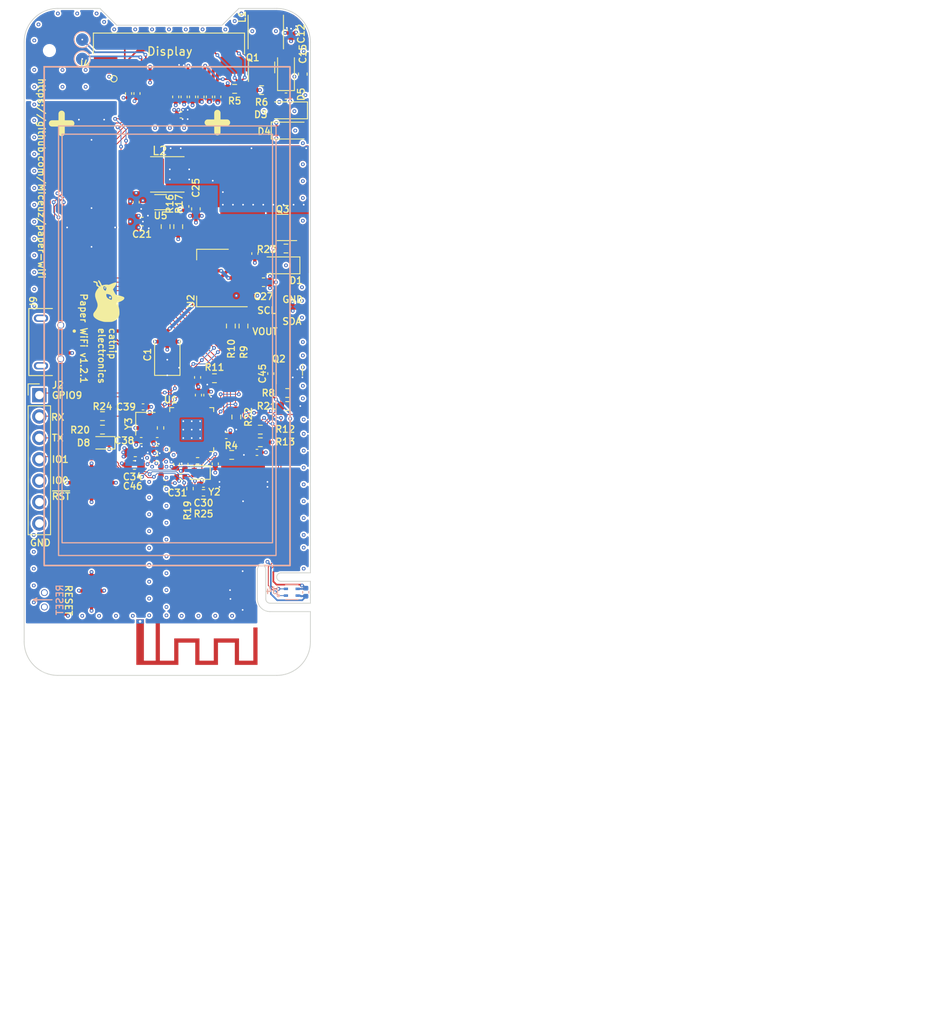
<source format=kicad_pcb>
(kicad_pcb (version 20221018) (generator pcbnew)
  (title_block (title "Paper WiFi") (date "2022-12-27") (rev "1.2.1") (company "Catnip Electronics") (comment 1 "Albertas Mickėnas") (comment 2 "albertas@technarium.lt"))
  (layers (0 "F.Cu" signal) (1 "In1.Cu" signal) (2 "In2.Cu" signal) (31 "B.Cu" signal) (34 "B.Paste" user) (35 "F.Paste" user) (36 "B.SilkS" user "B.Silkscreen") (37 "F.SilkS" user "F.Silkscreen") (38 "B.Mask" user) (39 "F.Mask" user) (44 "Edge.Cuts" user))
  (net 0 "")
  (net 1 "GND")
  (net 2 "+3V3")
  (net 3 "/VGL")
  (net 4 "/VGH")
  (net 5 "/VDD")
  (net 6 "/VPP")
  (net 7 "/VSH")
  (net 8 "/VSL")
  (net 9 "/PREVGL")
  (net 10 "/VCOM")
  (net 11 "/PREVGH")
  (net 12 "/D-")
  (net 13 "/D+")
  (net 14 "Net-(D3-K)")
  (net 15 "/GDR")
  (net 16 "/CSENSE")
  (net 17 "/TSCL")
  (net 18 "/TSDA")
  (net 19 "/DISPLAY_BUSY")
  (net 20 "/~{DISPLAY_RESET}")
  (net 21 "/D{slash}C")
  (net 22 "Net-(U1-VDD_SPI{slash}GPIO11)")
  (net 23 "/SPI_CLK")
  (net 24 "/SPI_DATA")
  (net 25 "/~{I2C_ENABLE}")
  (net 26 "/I2C_SDA")
  (net 27 "/I2C_SCL")
  (net 28 "/BATT_VOLTAGE")
  (net 29 "Net-(D8-A)")
  (net 31 "/ANT")
  (net 32 "/ANT_COMP")
  (net 33 "/TXD")
  (net 34 "/~{CS}")
  (net 36 "+BATT")
  (net 42 "/XTAL_32K_N")
  (net 43 "/XTAL_32K_P")
  (net 44 "/XTAL_N")
  (net 45 "/XTAL_P")
  (net 46 "/XTAL_R_P")
  (net 47 "/SW_NODE_DISPLAY")
  (net 48 "/FB_MAIN")
  (net 49 "/SW_MAIN")
  (net 50 "/CHIP_EN")
  (net 51 "VBUS")
  (net 53 "/MID_BATT")
  (net 54 "/USB_3V3")
  (net 55 "Net-(J2-Pin_3)")
  (net 56 "/VIN")
  (net 57 "/VI2C")
  (net 58 "/I2C-interface/I2C_EN_GATE")
  (net 59 "/GPIO0")
  (net 60 "/GPIO1")
  (footprint "Connector_PinHeader_1.27mm:PinHeader_1x04_P1.27mm_Vertical_SMD_Pin1Right" (layer "F.Cu") (at 196.349068 74.33997 180)
    (fp_text reference "J1" hide)
    (fp_text value "i2c")
  )
  (footprint "miceuz-lib:AA_KEYCO_53_SMD" (layer "F.Cu") (at 174 78.175 -90)
    (fp_text reference "BT1" hide)
    (fp_text value "Battery_Cell")
  )
  (footprint "Capacitor_SMD:C_0402_1005Metric" (layer "F.Cu") (at 181.8 88.3 180)
    (fp_text reference "C41" hide)
    (fp_text value "1u")
  )
  (footprint "Resistor_SMD:R_0603_1608Metric" (layer "F.Cu") (at 191 46.55 180)
    (fp_text reference "R5")
    (fp_text value "4.7k")
  )
  (footprint "Package_DFN_QFN:QFN-32-1EP_5x5mm_P0.5mm_EP3.7x3.7mm_ThermalVias" (layer "F.Cu") (at 185.9 87 90)
    (fp_text reference "U1")
    (fp_text value "ESP32-C3FN4")
  )
  (footprint "Connector_PinHeader_2.54mm:PinHeader_1x07_P2.54mm_Vertical" (layer "F.Cu") (at 167.8 82.9)
    (fp_text reference "J2")
    (fp_text value "Conn_01x06")
  )
  (footprint "Capacitor_SMD:C_0402_1005Metric" (layer "F.Cu") (at 179.3 60 90)
    (fp_text reference "C22" hide)
    (fp_text value "1u")
  )
  (footprint "Diode_SMD:D_SOD-123" (layer "F.Cu") (at 197.1 44.5 90)
    (fp_text reference "D5")
    (fp_text value "MBR0530")
  )
  (footprint "Inductor_SMD:L_Taiyo-Yuden_NR-40xx" (layer "F.Cu") (at 183 56.7 180)
    (fp_text reference "L2")
    (fp_text value "2u2 3A")
  )
  (footprint "Resistor_SMD:R_0402_1005Metric" (layer "F.Cu") (at 186.6 90.7)
    (fp_text reference "R3" hide)
    (fp_text value "?")
  )
  (footprint "Package_TO_SOT_SMD:SOT-223-3_TabPin2" (layer "F.Cu") (at 188.4 69)
    (fp_text reference "U2")
    (fp_text value "AMS1117-3.3")
  )
  (footprint "Capacitor_SMD:C_0402_1005Metric" (layer "F.Cu") (at 186.7 82.9 90)
    (fp_text reference "C47" hide)
    (fp_text value "1u")
  )
  (footprint "Resistor_SMD:R_0603_1608Metric" (layer "F.Cu") (at 175.3 87)
    (fp_text reference "R20")
    (fp_text value "4.7k")
  )
  (footprint "Resistor_SMD:R_0603_1608Metric" (layer "F.Cu") (at 191.2 85.5 -90)
    (fp_text reference "R22")
    (fp_text value "1M")
  )
  (footprint "Package_TO_SOT_SMD:SOT-363_SC-70-6" (layer "F.Cu") (at 182.2 60 180)
    (fp_text reference "U5")
    (fp_text value "TPS61023")
  )
  (footprint "miceuz-lib:SFV24R-4STE1HLF" (layer "F.Cu") (at 183.2 42.300001 180)
    (fp_text reference "J4")
    (fp_text value "Display")
  )
  (footprint "Capacitor_SMD:C_0402_1005Metric" (layer "F.Cu") (at 184 47.5 -90)
    (fp_text reference "C10" hide)
    (fp_text value "1u")
  )
  (footprint "Capacitor_SMD:C_0402_1005Metric" (layer "F.Cu") (at 185.1 91.1 -90)
    (fp_text reference "C40" hide)
    (fp_text value "1u")
  )
  (footprint "Capacitor_SMD:C_0402_1005Metric" (layer "F.Cu") (at 193.4 66.1 -90)
    (fp_text reference "C43" hide)
    (fp_text value "1u")
  )
  (footprint "Capacitor_SMD:C_0402_1005Metric" (layer "F.Cu") (at 193.65 89.7)
    (fp_text reference "C24" hide)
    (fp_text value "1u")
  )
  (footprint "miceuz-lib:JLC_ToolingHole" (layer "F.Cu") (at 197 113)
    (fp_text reference "H6" hide)
    (fp_text value "ToolingHole" hide)
  )
  (footprint "Capacitor_SMD:C_0603_1608Metric" (layer "F.Cu") (at 197.75 39.5 -90)
    (fp_text reference "C12")
    (fp_text value "4u7")
  )
  (footprint "Resistor_SMD:R_0603_1608Metric" (layer "F.Cu") (at 184.3 62.9 -90)
    (fp_text reference "R17")
    (fp_text value "200k")
  )
  (footprint "Crystal:Crystal_SMD_2016-4Pin_2.0x1.6mm" (layer "F.Cu") (at 180.4 86.3 -90)
    (fp_text reference "Y3")
    (fp_text value "40MHz 10ppm")
  )
  (footprint "Crystal:Crystal_SMD_2012-2Pin_2.0x1.2mm" (layer "F.Cu") (at 186.9 92.1 180)
    (fp_text reference "Y2")
    (fp_text value "32kHz")
  )
  (footprint "Capacitor_SMD:C_0402_1005Metric" (layer "F.Cu") (at 188 47.5 -90)
    (fp_text reference "C16" hide)
    (fp_text value "1u")
  )
  (footprint "Capacitor_SMD:C_0402_1005Metric" (layer "F.Cu") (at 187.7 82.9 90)
    (fp_text reference "C28" hide)
    (fp_text value "1u")
  )
  (footprint "Resistor_SMD:R_0603_1608Metric" (layer "F.Cu") (at 197.3 82.65 180)
    (fp_text reference "R8")
    (fp_text value "150")
  )
  (footprint "Capacitor_SMD:C_0603_1608Metric" (layer "F.Cu") (at 199.1 44.8 90)
    (fp_text reference "C15")
    (fp_text value "4u7")
  )
  (footprint "miceuz-lib:AA_KEYCO_53_SMD" (layer "F.Cu") (at 192 78.1 -90)
    (fp_text reference "BT2" hide)
    (fp_text value "Battery_Cell")
  )
  (footprint "Diode_SMD:D_SOD-123" (layer "F.Cu") (at 197.4 49.1 180)
    (fp_text reference "D3")
    (fp_text value "MBR0530")
  )
  (footprint "miceuz-lib:JLC_ToolingHole" (layer "F.Cu") (at 169 113)
    (fp_text reference "H6" hide)
    (fp_text value "ToolingHole" hide)
  )
  (footprint "Capacitor_SMD:C_0402_1005Metric" (layer "F.Cu") (at 181.8 90.45 180)
    (fp_text reference "C36" hide)
    (fp_text value "?")
  )
  (footprint "Capacitor_SMD:C_0402_1005Metric" (layer "F.Cu") (at 179.4 47.1 -90)
    (fp_text reference "C9" hide)
    (fp_text value "1u")
  )
  (footprint "Capacitor_SMD:C_0402_1005Metric" (layer "F.Cu") (at 186 47.5 -90)
    (fp_text reference "C13" hide)
    (fp_text value "1u")
  )
  (footprint "Capacitor_SMD:C_0402_1005Metric" (layer "F.Cu") (at 188.7 91.05 -90)
    (fp_text reference "C35" hide)
    (fp_text value "1u")
  )
  (footprint "Capacitor_SMD:C_0402_1005Metric" (layer "F.Cu") (at 195.3 80.35 -90)
    (fp_text reference "C45")
    (fp_text value "1u")
  )
  (footprint "Diode_SMD:D_SOD-123" (layer "F.Cu") (at 196.5 67.5 180)
    (fp_text reference "D1")
    (fp_text value "2CZ4007")
  )
  (footprint "Capacitor_SMD:C_0402_1005Metric" (layer "F.Cu") (at 185 47.5 -90)
    (fp_text reference "C11" hide)
    (fp_text value "1u")
  )
  (footprint "Capacitor_SMD:C_0402_1005Metric" (layer "F.Cu") (at 197.1 47.4)
    (fp_text reference "C18" hide)
    (fp_text value "1u")
  )
  (footprint "Package_TO_SOT_SMD:SOT-23" (layer "F.Cu") (at 194.2 44 -90)
    (fp_text reference "Q1")
    (fp_text value "Q_NMOS_GSD")
  )
  (footprint "Resistor_SMD:R_0603_1608Metric" (layer "F.Cu") (at 194.05 87 180)
    (fp_text reference "R12")
    (fp_text value "1M")
  )
  (footprint "Resistor_SMD:R_0603_1608Metric" (layer "F.Cu") (at 194.2 46.7 180)
    (fp_text reference "R6")
    (fp_text value "2R2")
  )
  (footprint "Capacitor_SMD:C_0603_1608Metric" (layer "F.Cu") (at 179.2 89.7 180)
    (fp_text reference "C34")
    (fp_text value "22u")
  )
  (footprint "Capacitor_SMD:C_0402_1005Metric" (layer "F.Cu") (at 186.6 80.8 -90)
    (fp_text reference "C23" hide)
    (fp_text value "1u")
  )
  (footprint "Fiducial:Fiducial_1mm_Mask2mm" (layer "F.Cu") (at 168.9 39.5)
    (fp_text reference "FID2" hide)
    (fp_text value "Fiducial")
  )
  (footprint "Capacitor_Tantalum_SMD:CP_EIA-3528-15_AVX-H" (layer "F.Cu") (at 183 78.1 90)
    (fp_text reference "C1")
    (fp_text value "100u")
  )
  (footprint "Resistor_SMD:R_0603_1608Metric" (layer "F.Cu") (at 188.6 80.9)
    (fp_text reference "R11")
    (fp_text value "4.7k")
  )
  (footprint "Inductor_SMD:L_0402_1005Metric" (layer "F.Cu") (at 182.25 91.9 -90)
    (fp_text reference "L3" hide)
    (fp_text value "0")
  )
  (footprint "miceuz-lib:XKB_U254-051T-4BH83-F1S" (layer "F.Cu") (at 168 76.6 -90)
    (fp_text reference "J9")
    (fp_text value "USB micro")
  )
  (footprint "Resistor_SMD:R_0603_1608Metric" (layer "F.Cu") (at 197.3 84.2 180)
    (fp_text reference "R21")
    (fp_text value "1M")
  )
  (footprint "Diode_SMD:D_SOD-123" (layer "F.Cu") (at 197.6 51.5)
    (fp_text reference "D4")
    (fp_text value "MBR0530")
  )
  (footprint "miceuz-lib:JLC_ToolingHole" (layer "F.Cu") (at 169 42)
    (fp_text reference "H6" hide)
    (fp_text value "ToolingHole" hide)
  )
  (footprint "Capacitor_SMD:C_0402_1005Metric" (layer "F.Cu") (at 184.1 91.1 -90)
    (fp_text reference "C33" hide)
    (fp_text value "1u")
  )
  (footprint "Resistor_SMD:R_0603_1608Metric" (layer "F.Cu") (at 190.55 74.7 90)
    (fp_text reference "R10")
    (fp_text value "4.7k")
  )
  (footprint "Resistor_SMD:R_0402_1005Metric" (layer "F.Cu") (at 182.2 86.8 90)
    (fp_text reference "R14" hide)
    (fp_text value "0")
  )
  (footprint "Resistor_SMD:R_0402_1005Metric" (layer "F.Cu") (at 187.3 94.5)
    (fp_text reference "R25")
    (fp_text value "0")
  )
  (footprint "Capacitor_SMD:C_0402_1005Metric" (layer "F.Cu") (at 184.62 49.64 180)
    (fp_text reference "C8" hide)
    (fp_text value "1u")
  )
  (footprint "Capacitor_SMD:C_0603_1608Metric" (layer "F.Cu") (at 179.1 91.2 180)
    (fp_text reference "C46")
    (fp_text value "22u")
  )
  (footprint "Capacitor_SMD:C_0402_1005Metric" (layer "F.Cu") (at 184.6 92.58 180)
    (fp_text reference "C31")
    (fp_text value "18p")
  )
  (footprint "Capacitor_SMD:C_0603_1608Metric" (layer "F.Cu") (at 186.4 60.8 -90)
    (fp_text reference "C25")
    (fp_text value "22u")
  )
  (footprint "Fiducial:Fiducial_1mm_Mask2mm" (layer "F.Cu") (at 198.9 102.3)
    (fp_text reference "FID1" hide)
    (fp_text value "Fiducial")
  )
  (footprint "Capacitor_SMD:C_0402_1005Metric" (layer "F.Cu") (at 185.2 60.5 -90)
    (fp_text reference "C26" hide)
    (fp_text value "1u")
  )
  (footprint "Capacitor_SMD:C_0402_1005Metric" (layer "F.Cu") (at 181.8 89.3 180)
    (fp_text reference "C29" hide)
    (fp_text value "1u")
  )
  (footprint "Resistor_SMD:R_0603_1608Metric" (layer "F.Cu") (at 175.3 85.4 180)
    (fp_text reference "R24")
    (fp_text value "150")
  )
  (footprint "Capacitor_SMD:C_0402_1005Metric" (layer "F.Cu") (at 179.9 88.3 180)
    (fp_text reference "C38")
    (fp_text value "12p")
  )
  (footprint "Inductor_SMD:L_Taiyo-Yuden_NR-40xx" (layer "F.Cu") (at 194.7 39.8 -90)
    (fp_text reference "L1")
    (fp_text value "47u 0.5A")
  )
  (footprint "Capacitor_SMD:C_0402_1005Metric" (layer "F.Cu") (at 182.7 93.35)
    (fp_text reference "C37" hide)
    (fp_text value "?")
  )
  (footprint "Resistor_SMD:R_0603_1608Metric" (layer "F.Cu") (at 197.1 65.5 180)
    (fp_text reference "R23")
    (fp_text value "4.7k")
  )
  (footprint "Resistor_SMD:R_0603_1608Metric" (layer "F.Cu") (at 192.05 74.7 90)
    (fp_text reference "R9")
    (fp_text value "4.7k")
  )
  (footprint "miceuz-lib:SHOUHAN_TS24CA" (layer "F.Cu") (at 168.4 107.2 90)
    (fp_text reference "SW1" hide)
    (fp_text value "SW_Push")
  )
  (footprint "Capacitor_SMD:C_0402_1005Metric" (layer "F.Cu") (at 178.4 47.1 -90)
    (fp_text reference "C7" hide)
    (fp_text value "1u")
  )
  (footprint "Capacitor_SMD:C_0402_1005Metric" (layer "F.Cu") (at 180.12 84.3)
    (fp_text reference "C39")
    (fp_text value "12p")
  )
  (footprint "Capacitor_SMD:C_0402_1005Metric" (layer "F.Cu") (at 190 87.7)
    (fp_text reference "C32" hide)
    (fp_text value "1u")
  )
  (footprint "Capacitor_SMD:C_0603_1608Metric" (layer "F.Cu") (at 180 62.3 180)
    (fp_text reference "C21")
    (fp_text value "22u")
  )
  (footprint "Resistor_SMD:R_0603_1608Metric" (layer "F.Cu") (at 182.8 62.9 90)
    (fp_text reference "R16")
    (fp_text value "931k")
  )
  (footprint "Capacitor_SMD:C_0402_1005Metric" (layer "F.Cu") (at 189 47.5 -90)
    (fp_text reference "C17" hide)
    (fp_text value "1u")
  )
  (footprint "Package_TO_SOT_SMD:SOT-23" (layer "F.Cu") (at 196.7 63)
    (fp_text reference "Q3")
    (fp_text value "NX2301P")
  )
  (footprint "Capacitor_SMD:C_0402_1005Metric" (layer "F.Cu") (at 187 47.5 -90)
    (fp_text reference "C14" hide)
    (fp_text value "1u")
  )
  (footprint "Resistor_SMD:R_0603_1608Metric" (layer "F.Cu") (at 190.65 90 180)
    (fp_text reference "R4")
    (fp_text value "4.7k")
  )
  (footprint "miceuz-lib:catnip" (layer "F.Cu") (at 176.05 71.75 -90)
    (fp_text reference "G***" hide)
    (fp_text value "LOGO" hide)
  )
  (footprint "Capacitor_SMD:C_0402_1005Metric" (layer "F.Cu") (at 187.3 93.48 180)
    (fp_text reference "C30")
    (fp_text value "18p")
  )
  (footprint "Capacitor_SMD:C_0603_1608Metric" (layer "F.Cu") (at 194.425 69.5)
    (fp_text reference "C27")
    (fp_text value "22u")
  )
  (footprint "Resistor_SMD:R_0402_1005Metric" (layer "F.Cu") (at 185.7 94 90)
    (fp_text reference "R19")
    (fp_text value "0")
  )
  (footprint "Resistor_SMD:R_0603_1608Metric" (layer "F.Cu") (at 194.05 88.5)
    (fp_text reference "R13")
    (fp_text value "1M")
  )
  (footprint "LED_SMD:LED_0603_1608Metric" (layer "F.Cu") (at 175.3 88.5625 180)
    (fp_text reference "D8")
    (fp_text value "LED")
  )
  (footprint "miceuz-lib:Texas_SWRA117D_2.4GHz_Left" (layer "F.Cu") (at 181.87 109.775 180)
    (fp_text reference "AE1" hide)
    (fp_text value "PCB Antenna")
  )
  (footprint "Package_TO_SOT_SMD:SOT-23" (layer "F.Cu") (at 197.5 79.9 -90)
    (fp_text reference "Q2")
    (fp_text value "NX2301P")
  )
  (footprint "TestPoint:TestPoint_Pad_D1.5mm" (layer "B.Cu") (at 172.900001 43.000002 -90)
    (fp_text reference "TP6" hide)
    (fp_text value "TestPoint" hide)
  )
  (footprint "Capacitor_SMD:C_0402_1005Metric" (layer "B.Cu") (at 199.45 106.3 -90)
    (fp_text reference "C48" hide)
    (fp_text value "1u")
  )
  (footprint "miceuz-lib:Sensirion_SHT40-AD1B-R2" (layer "B.Cu") (at 197.7875 106.3)
    (fp_text reference "U4")
    (fp_text value "SHT40-AD1B-R2")
  )
  (footprint "TestPoint:TestPoint_Pad_D1.5mm" (layer "B.Cu") (at 172.9 40.700002 -90)
    (fp_text reference "TP7" hide)
    (fp_text value "TestPoint" hide)
  )
  (gr_rect (start 170.5 51.93) (end 195.5 100.43) (stroke (width 0.15)) (fill none) (layer "B.SilkS"))
  (gr_line (start 169.3 107.2) (end 167.1 107.2) (stroke (width 0.15)) (layer "B.SilkS"))
  (gr_rect (start 168.37537 43.93) (end 197.57537 103.13) (stroke (width 0.2)) (fill none) (layer "B.SilkS"))
  (gr_line (start 167.5 107) (end 167.1 107.2) (stroke (width 0.15)) (layer "B.SilkS"))
  (gr_rect (start 170.085 50.95) (end 195.915 101.94) (stroke (width 0.15)) (fill none) (layer "B.SilkS"))
  (gr_line (start 167.1 107.2) (end 167.5 107.4) (stroke (width 0.15)) (layer "B.SilkS"))
  (gr_line (start 167.1 107.2) (end 167.5 107) (stroke (width 0.15)) (layer "B.SilkS"))
  (gr_line (start 200 104) (end 196.5 104) (stroke (width 0.1)) (layer "Edge.Cuts"))
  (gr_arc (start 195.2 107.6) (mid 194.846447 107.453553) (end 194.7 107.1) (stroke (width 0.1)) (layer "Edge.Cuts"))
  (gr_arc (start 193.7 103.6) (mid 194.2 103.1) (end 194.7 103.6) (stroke (width 0.1)) (layer "Edge.Cuts"))
  (gr_line (start 194.7 107.1) (end 194.7 103.6) (stroke (width 0.1)) (layer "Edge.Cuts"))
  (gr_arc (start 196.5 105) (mid 196 104.5) (end 196.5 104) (stroke (width 0.1)) (layer "Edge.Cuts"))
  (gr_arc (start 196 37) (mid 198.828427 38.171573) (end 200 41) (stroke (width 0.1)) (layer "Edge.Cuts"))
  (gr_line (start 200 108.6) (end 200 112.171573) (stroke (width 0.1)) (layer "Edge.Cuts"))
  (gr_line (start 166 41) (end 166 112.171573) (stroke (width 0.1)) (layer "Edge.Cuts"))
  (gr_line (start 195.2 108.6) (end 200 108.6) (stroke (width 0.1)) (layer "Edge.Cuts"))
  (gr_arc (start 195.2 108.6) (mid 194.13934 108.16066) (end 193.7 107.1) (stroke (width 0.1)) (layer "Edge.Cuts"))
  (gr_line (start 189.5 39) (end 191.5 37) (stroke (width 0.1)) (layer "Edge.Cuts"))
  (gr_line (start 196.5 105) (end 200 105) (stroke (width 0.1)) (layer "Edge.Cuts"))
  (gr_line (start 200 107.6) (end 195.2 107.6) (stroke (width 0.1)) (layer "Edge.Cuts"))
  (gr_line (start 170 116.171573) (end 196 116.171573) (stroke (width 0.1)) (layer "Edge.Cuts"))
  (gr_line (start 177 39) (end 189.5 39) (stroke (width 0.1)) (layer "Edge.Cuts"))
  (gr_line (start 200 104) (end 200 41) (stroke (width 0.1)) (layer "Edge.Cuts"))
  (gr_arc (start 166 41) (mid 167.171573 38.171573) (end 170 37) (stroke (width 0.1)) (layer "Edge.Cuts"))
  (gr_line (start 170 37) (end 175 37) (stroke (width 0.1)) (layer "Edge.Cuts"))
  (gr_arc (start 200 112.171573) (mid 198.828427 115) (end 196 116.171573) (stroke (width 0.1)) (layer "Edge.Cuts"))
  (gr_line (start 191.5 37) (end 196 37) (stroke (width 0.1)) (layer "Edge.Cuts"))
  (gr_line (start 193.7 103.6) (end 193.7 107.1) (stroke (width 0.1)) (layer "Edge.Cuts"))
  (gr_arc (start 170 116.171573) (mid 167.171573 115) (end 166 112.171573) (stroke (width 0.1)) (layer "Edge.Cuts"))
  (gr_line (start 175 37) (end 177 39) (stroke (width 0.1)) (layer "Edge.Cuts"))
  (gr_line (start 200 105) (end 200 107.6) (stroke (width 0.1)) (layer "Edge.Cuts"))
  (gr_text "RESET" (at 170.7 105.3 90) (layer "B.SilkS") (effects (font (size 0.8 0.8) (thickness 0.15) bold) (justify left bottom mirror)))
  (gr_text "IO0" (at 169.2 93.5) (layer "F.SilkS") (effects (font (size 0.8 0.8) (thickness 0.15) bold) (justify left bottom)))
  (gr_text "Paper WiFi v1.2.1" (at 172.6 70.75 270) (layer "F.SilkS") (effects (font (size 0.8 0.8) (thickness 0.15) bold) (justify left bottom)))
  (gr_text "SDA" (at 197.8 74.15) (layer "F.SilkS") (effects (font (size 0.8 0.8))))
  (gr_text "TX" (at 169.2 88.45) (layer "F.SilkS") (effects (font (size 0.8 0.8) (thickness 0.15) bold) (justify left bottom)))
  (gr_text "IO1" (at 169.200001 91) (layer "F.SilkS") (effects (font (size 0.8 0.8) (thickness 0.15) bold) (justify left bottom)))
  (gr_text "GND" (at 197.9 71.55) (layer "F.SilkS") (effects (font (size 0.8 0.8))))
  (gr_text "RESET" (at 170.8 105.35 -90) (layer "F.SilkS") (effects (font (size 0.8 0.8) (thickness 0.15) bold) (justify left bottom)))
  (gr_text "VOUT" (at 194.6 75.35) (layer "F.SilkS") (effects (font (size 0.8 0.8))))
  (gr_text "RX" (at 169.1 86) (layer "F.SilkS") (effects (font (size 0.8 0.8) (thickness 0.15) bold) (justify left bottom)))
  (gr_text "~{RST}" (at 169.2 95.4) (layer "F.SilkS") (effects (font (size 0.8 0.8) (thickness 0.15) bold) (justify left bottom)))
  (gr_text "GND" (at 166.6 100.9) (layer "F.SilkS") (effects (font (size 0.8 0.8) (thickness 0.15) bold) (justify left bottom)))
  (gr_text "https://github.com/Miceuz/paper-wifi" (at 167.6 45.2 270) (layer "F.SilkS") (effects (font (size 0.8 0.8) (thickness 0.15) bold) (justify left bottom)))
  (gr_text "GPIO9" (at 169.2 83.4) (layer "F.SilkS") (effects (font (size 0.8 0.8) (thickness 0.15) bold) (justify left bottom)))
  (gr_text "catnip\nelectronics" (at 175.85 74.85 270) (layer "F.SilkS") (effects (font (size 0.8 0.8)) (justify left)))
  (gr_text "SCL" (at 194.8 72.85) (layer "F.SilkS") (effects (font (size 0.8 0.8))))
  (segment (start 174 106.15) (end 174 103.9) (width 0.4) (layer "F.Cu") (net 1))
  (segment (start 185.450001 44.823999) (end 185.450001 43.849999) (width 0.3) (layer "F.Cu") (net 1))
  (segment (start 186.4 61.6) (end 186.4 62.425) (width 0.4) (layer "F.Cu") (net 1))
  (segment (start 174 93.3) (end 174 91) (width 0.4) (layer "F.Cu") (net 1))
  (segment (start 191.75 71.1) (end 193.7 71.1) (width 0.4) (layer "F.Cu") (net 1))
  (segment (start 181.32 89.62) (end 181.5 89.8) (width 0.4) (layer "F.Cu") (net 1))
  (segment (start 186.4 61.6) (end 185.725 61.6) (width 0.4) (layer "F.Cu") (net 1))
  (segment (start 179.3 59.52) (end 179.3 58.9) (width 0.4) (layer "F.Cu") (net 1))
  (segment (start 195.6 65.5) (end 196.275 65.5) (width 0.4) (layer "F.Cu") (net 1))
  (segment (start 179.4 47.7) (end 179.1 48) (width 0.2) (layer "F.Cu") (net 1))
  (segment (start 179.4 47.58) (end 179.4 47.7) (width 0.2) (layer "F.Cu") (net 1))
  (segment (start 198.3 39.85) (end 198.175 39.85) (width 0.4) (layer "F.Cu") (net 1))
  (segment (start 183 76.5625) (end 184.3875 76.5625) (width 0.4) (layer "F.Cu") (net 1))
  (segment (start 185.2 60.98) (end 184.68 60.98) (width 0.4) (layer "F.Cu") (net 1))
  (segment (start 198.175 39.85) (end 197.75 40.275) (width 0.4) (layer "F.Cu") (net 1))
  (segment (start 193.4 66.58) (end 193.4 67.2) (width 0.4) (layer "F.Cu") (net 1))
  (segment (start 183.2 93.35) (end 183.9 93.35) (width 0.086) (layer "F.Cu") (net 1))
  (segment (start 177.925 89.2) (end 177.9 89.2) (width 0.4) (layer "F.Cu") (net 1))
  (segment (start 185.450001 43.849999) (end 185.5 43.8) (width 0.3) (layer "F.Cu") (net 1))
  (segment (start 178.38 47.6) (end 177.8 47.6) (width 0.2) (layer "F.Cu") (net 1))
  (segment (start 175.45 106.15) (end 175.5 106.1) (width 0.4) (layer "F.Cu") (net 1))
  (segment (start 172.55 106.15) (end 172.5 106.1) (width 0.4) (layer "F.Cu") (net 1))
  (segment (start 197.75 40.275) (end 197.75 40.85) (width 0.4) (layer "F.Cu") (net 1))
  (segment (start 178.425 89.7) (end 177.775 89.7) (width 0.4) (layer "F.Cu") (net 1))
  (segment (start 184.14 49.22) (end 184.32 49.04) (width 0.2) (layer "F.Cu") (net 1))
  (segment (start 185.725 61.6) (end 185.7 61.625) (width 0.4) (layer "F.Cu") (net 1))
  (segment (start 174 106.15) (end 172.55 106.15) (width 0.4) (layer "F.Cu") (net 1))
  (segment (start 184.14 49.36) (end 183.82 49.04) (width 0.2) (layer "F.Cu") (net 1))
  (segment (start 194.13 89.7) (end 194.7 89.7) (width 0.2) (layer "F.Cu") (net 1))
  (segment (start 186.6 81.8) (end 186.7 81.9) (width 0.4) (layer "F.Cu") (net 1))
  (segment (start 174 106.15) (end 175.45 106.15) (width 0.4) (layer "F.Cu") (net 1))
  (segment (start 187 48) (end 187.1 48.1) (width 0.4) (layer "F.Cu") (net 1))
  (segment (start 195.2 69.5) (end 195.2 68.8) (width 0.3) (layer "F.Cu") (net 1))
  (segment (start 197.75 40.85) (end 197.7 40.9) (width 0.4) (layer "F.Cu") (net 1))
  (segment (start 178.4 47.58) (end 178.38 47.6) (width 0.2) (layer "F.Cu") (net 1))
  (segment (start 184.14 49.64) (end 184.14 49.22) (width 0.2) (layer "F.Cu") (net 1))
  (segment (start 179.225 61.975) (end 179.6 61.6) (width 0.4) (layer "F.Cu") (net 1))
  (segment (start 195.95 51.5) (end 195.95 50.6) (width 0.2) (layer "F.Cu") (net 1))
  (segment (start 178.325 91.2) (end 177.8 91.2) (width 0.4) (layer "F.Cu") (net 1))
  (segment (start 184.3875 76.5625) (end 184.4 76.55) (width 0.4) (layer "F.Cu") (net 1))
  (segment (start 179.3 59.52) (end 179.82 59.52) (width 0.4) (layer "F.Cu") (net 1))
  (segment (start 184.68 60.98) (end 184.6 60.9) (width 0.4) (layer "F.Cu") (net 1))
  (segment (start 179.3 88.42) (end 179.3 88.8) (width 0.4) (layer "F.Cu") (net 1))
  (segment (start 176.0875 88.5625) (end 176.0875 89.3) (width 0.1) (layer "F.Cu") (net 1))
  (segment (start 180.95 44.95) (end 180.949999 44.949999) (width 0.3556) (layer "F.Cu") (net 1))
  (segment (start 178.425 89.7) (end 177.925 89.2) (width 0.4) (layer "F.Cu") (net 1))
  (segment (start 184.14 49.64) (end 184.14 49.36) (width 0.2) (layer "F.Cu") (net 1))
  (segment (start 184.12 92.8) (end 184.12 92.58) (width 0.4) (layer "F.Cu") (net 1))
  (segment (start 186.82 93.48) (end 187.1 93.2) (width 0.4) (layer "F.Cu") (net 1))
  (segment (start 183 76.5625) (end 181.5625 76.5625) (width 0.4) (layer "F.Cu") (net 1))
  (segment (start 170.675 77.9) (end 171.7 77.9) (width 0.4) (layer "F.Cu") (net 1))
  (segment (start 194.875 88.5) (end 195.5 88.5) (width 0.2) (layer "F.Cu") (net 1))
  (segment (start 181.32 88.62) (end 181.4 88.7) (width 0.4) (layer "F.Cu") (net 1))
  (segment (start 186 47.98) (end 186 48.5) (width 0.4) (layer "F.Cu") (net 1))
  (segment (start 174 108.5) (end 174 106.15) (width 0.4) (layer "F.Cu") (net 1))
  (segment (start 180.949999 44.949999) (end 180.949999 43.924) (width 0.3556) (layer "F.Cu") (net 1))
  (segment (start 188.7 92.1) (end 188.7 91.53) (width 0.1) (layer "F.Cu") (net 1))
  (segment (start 190.48 87.7) (end 190.48 87.12) (width 0.4) (layer "F.Cu") (net 1))
  (segment (start 190.175 46.55) (end 190.175 45.875) (width 0.4) (layer "F.Cu") (net 1))
  (segment (start 181.32 90.45) (end 180.67 91.1) (width 0.086) (layer "F.Cu") (net 1))
  (segment (start 181.5625 76.5625) (end 181.55 76.55) (width 0.4) (layer "F.Cu") (net 1))
  (segment (start 179.225 62.3) (end 179.225 61.975) (width 0.4) (layer "F.Cu") (net 1))
  (segment (start 174 93.3) (end 176.9 93.3) (width 0.4) (layer "F.Cu") (net 1))
  (segment (start 180.67 91.1) (end 180.65 91.1) (width 0.4) (layer "F.Cu") (net 1))
  (segment (start 197.849068 72.43497) (end 197.849068 71.950932) (width 0.4) (layer "F.Cu") (net 1))
  (segment (start 195.95 51.5) (end 195.95 52.4) (width 0.2) (layer "F.Cu") (net 1))
  (segment (start 197.375 39.9) (end 197 39.9) (width 0.4) (layer "F.Cu") (net 1))
  (segment (start 186.4 61.6) (end 187.075 61.6) (width 0.4) (layer "F.Cu") (net 1))
  (segment (start 169.95 108.875) (end 170.975 108.875) (width 0.4) (layer "F.Cu") (net 1))
  (segment (start 179.85 87) (end 179.65 86.8) (width 0.4) (layer "F.Cu") (net 1))
  (segment (start 184.78 91.9) (end 184.6 91.9) (width 0.4) (layer "F.Cu") (net 1))
  (segment (start 195.2 69.5) (end 195.2 70.2) (width 0.3) (layer "F.Cu") (net 1))
  (segment (start 185.1 91.58) (end 184.78 91.9) (width 0.4) (layer "F.Cu") (net 1))
  (segment (start 179.225 62.3) (end 178.6 62.3) (width 0.4) (layer "F.Cu") (net 1))
  (segment (start 180.6 84.3) (end 181.1 84.3) (width 0.4) (layer "F.Cu") (net 1))
  (segment (start 197.849068 71.950932) (end 197.9 71.9) (width 0.4) (layer "F.Cu") (net 1))
  (segment (start 181.32 89.3) (end 181.32 89.62) (width 0.4) (layer "F.Cu") (net 1))
  (segment (start 183.68 91.58) (end 183.5 91.4) (width 0.4) (layer "F.Cu") (net 1))
  (segment (start 187.1 93.2) (end 187.1 93) (width 0.4) (layer "F.Cu") (net 1))
  (segment (start 177.925 90.2) (end 177.8 90.2) (width 0.4) (layer "F.Cu") (net 1))
  (segment (start 186.6 81.28) (end 186.6 81.8) (width 0.4) (layer "F.Cu") (net 1))
  (segment (start 179.42 88.3) (end 179.3 88.42) (width 0.4) (layer "F.Cu") (net 1))
  (segment (start 185 47.98) (end 185 48.4) (width 0.4) (layer "F.Cu") (net 1))
  (segment (start 170.975 108.875) (end 171.2 109.1) (width 0.4) (layer "F.Cu") (net 1))
  (segment (start 187 47.98) (end 187 48) (width 0.4) (layer "F.Cu") (net 1))
  (segment (start 179.82 59.52) (end 180.1 59.8) (width 0.4) (layer "F.Cu") (net 1))
  (segment (start 197.75 40.275) (end 197.375 39.9) (width 0.4) (layer "F.Cu") (net 1))
  (segment (start 197.849068 72.849068) (end 197.9 72.9) (width 0.4) (layer "F.Cu") (net 1))
  (segment (start 186.7 82.42) (end 186.7 81.9) (width 0.4) (layer "F.Cu") (net 1))
  (segment (start 180.95 84.95) (end 180.9 84.9) (width 0.4) (layer "F.Cu") (net 1))
  (segment (start 183 76.5625) (end 183 77.5) (width 0.4) (layer "F.Cu") (net 1))
  (segment (start 174 93.3) (end 171.1 93.3) (width 0.4) (layer "F.Cu") (net 1))
  (segment (start 187.075 61.6) (end 187.1 61.625) (width 0.4) (layer "F.Cu") (net 1))
  (segment (start 184.1 91.58) (end 183.68 91.58) (width 0.4) (layer "F.Cu") (net 1))
  (segment (start 187.78 82.5) (end 188.2 82.5) (width 0.4) (layer "F.Cu") (net 1))
  (segment (start 179.225 62.625) (end 179.6 63) (width 0.4) (layer "F.Cu") (net 1))
  (segment (start 178.425 89.7) (end 177.925 90.2) (width 0.4) (layer "F.Cu") (net 1))
  (segment (start 190.48 87.12) (end 190.5 87.1) (width 0.4) (layer "F.Cu") (net 1))
  (segment (start 174 93.3) (end 174 95.6) (width 0.4) (layer "F.Cu") (net 1))
  (segment (start 178.98 59.52) (end 178.6 59.9) (width 0.4) (layer "F.Cu") (net 1))
  (segment (start 189 47.98) (end 189 48.2) (width 0.4) (layer "F.Cu") (net 1))
  (segment (start 184.3 63.725) (end 184.3 64.4) (width 0.4) (layer "F.Cu") (net 1))
  (segment (start 181.32 88.3) (end 181.32 88.62) (width 0.4) (layer "F.Cu") (net 1))
  (segment (start 193.375 46.7) (end 194 46.7) (width 0.4) (layer "F.Cu") (net 1))
  (segment (start 197.849068 72.43497) (end 197.849068 72.849068) (width 0.4) (layer "F.Cu") (net 1))
  (segment (start 188 47.98) (end 188 48.1) (width 0.4) (layer "F.Cu") (net 1))
  (segment (start 179.3 59.52) (end 178.98 59.52) (width 0.4) (layer "F.Cu") (net 1))
  (segment (start 197.58 47.4) (end 197.58 47.98) (width 0.2) (layer "F.Cu") (net 1))
  (segment (start 195.2 69.5) (end 195.9 69.5) (width 0.3) (layer "F.Cu") (net 1))
  (segment (start 179.65 86.8) (end 179.2 86.8) (width 0.4) (layer "F.Cu") (net 1))
  (segment (start 184.4 93.08) (end 184.12 92.8) (width 0.4) (layer "F.Cu") (net 1))
  (segment (start 184 47.98) (end 184 48.5) (width 0.4) (layer "F.Cu") (net 1))
  (segment (start 179.225 62.3) (end 179.225 62.625) (width 0.4) (layer "F.Cu") (net 1))
  (segment (start 180.95 85.6) (end 180.95 84.95) (width 0.4) (layer "F.Cu") (net 1))
  (segment (start 197.58 47.98) (end 197.6 48) (width 0.2) (layer "F.Cu") (net 1))
  (segment (start 177.8 91.2) (end 177.6 91) (width 0.4) (layer "F.Cu") (net 1))
  (via (at 167.2 72.319178) (size 0.45) (drill 0.2) (layers "F.Cu" "B.Cu") (net 1))
  (via (at 174 95.6) (size 0.45) (drill 0.2) (layers "F.Cu" "B.Cu") (net 1))
  (via (at 195.9 69.5) (size 0.45) (drill 0.2) (layers "F.Cu" "B.Cu") (net 1))
  (via (at 182.9 100.05) (size 0.45) (drill 0.2) (layers "F.Cu" "B.Cu") (net 1))
  (via (at 180.85 103.05) (size 0.45) (drill 0.2) (layers "F.Cu" "B.Cu") (net 1))
  (via (at 183.9 93.35) (size 0.45) (drill 0.2) (layers "F.Cu" "B.Cu") (net 1))
  (via (at 191 38.5) (size 0.45) (drill 0.2) (layers "F.Cu" "B.Cu") (net 1))
  (via (at 189 48.2) (size 0.45) (drill 0.2) (layers "F.Cu" "B.Cu") (net 1))
  (via (at 185.7 61.625) (size 0.45) (drill 0.2) (layers "F.Cu" "B.Cu") (net 1))
  (via (at 184.32 49.04) (size 0.45) (drill 0.2) (layers "F.Cu" "B.Cu") (net 1))
  (via (at 182.9 102.05) (size 0.45) (drill 0.2) (layers "F.Cu" "B.Cu") (net 1))
  (via (at 194.5 49.2) (size 0.45) (drill 0.2) (layers "F.Cu" "B.Cu") (net 1))
  (via (at 171.7 77.9) (size 0.45) (drill 0.2) (layers "F.Cu" "B.Cu") (net 1))
  (via (at 176.7 39.4855) (size 0.45) (drill 0.2) (layers "F.Cu" "B.Cu") (net 1))
  (via (at 180.85 109.05) (size 0.45) (drill 0.2) (layers "F.Cu" "B.Cu") (net 1))
  (via (at 188 48.1) (size 0.45) (drill 0.2) (layers "F.Cu" "B.Cu") (net 1))
  (via (at 199.1 78.2) (size 0.45) (drill 0.2) (layers "F.Cu" "B.Cu") (net 1))
  (via (at 179.3 58.9) (size 0.45) (drill 0.2) (layers "F.Cu" "B.Cu") (net 1))
  (via (at 184 48.5) (size 0.45) (drill 0.2) (layers "F.Cu" "B.Cu") (net 1))
  (via (at 199.4 47.3) (size 0.45) (drill 0.2) (layers "F.Cu" "B.Cu") (net 1))
  (via (at 167.2 48.4) (size 0.45) (drill 0.2) (layers "F.Cu" "B.Cu") (net 1))
  (via (at 181.2 91.4) (size 0.45) (drill 0.2) (layers "F.Cu" "B.Cu") (net 1))
  (via (at 197.9 71.9) (size 0.45) (drill 0.2) (layers "F.Cu" "B.Cu") (net 1))
  (via (at 199.1 81.8) (size 0.45) (drill 0.2) (layers "F.Cu" "B.Cu") (net 1))
  (via (at 167.2 62.319178) (size 0.45) (drill 0.2) (layers "F.Cu" "B.Cu") (net 1))
  (via (at 177.9 89.2) (size 0.45) (drill 0.2) (layers "F.Cu" "B.Cu") (net 1))
  (via (at 177.8 47.6) (size 0.45) (drill 0.2) (layers "F.Cu" "B.Cu") (net 1))
  (via (at 188.2 82.5) (size 0.45) (drill 0.2) (layers "F.Cu" "B.Cu") (net 1))
  (via (at 199.2 89.5) (size 0.45) (drill 0.2) (layers "F.Cu" "B.Cu") (net 1))
  (via (at 174.6 37.6) (size 0.45) (drill 0.2) (layers "F.Cu" "B.Cu") (net 1))
  (via (at 194.9 102.7) (size 0.45) (drill 0.2) (layers "F.Cu" "B.Cu") (net 1))
  (via (at 174 103.9) (size 0.45) (drill 0.2) (layers "F.Cu" "B.Cu") (net 1))
  (via (at 167.2 54.291974) (size 0.45) (drill 0.2) (layers "F.Cu" "B.Cu") (net 1))
  (via (at 181.194855 39.4855) (size 0.45) (drill 0.2) (layers "F.Cu" "B.Cu") (net 1))
  (via (at 185.5 43.8) (size 0.45) (drill 0.2) (layers "F.Cu" "B.Cu") (net 1))
  (via (at 176.1 45.1) (size 0.45) (drill 0.2) (layers "F.Cu" "B.Cu") (net 1))
  (via (at 190.175 45.875) (size 0.45) (drill 0.2) (layers "F.Cu" "B.Cu") (net 1))
  (via (at 180.85 95.05) (size 0.45) (drill 0.2) (layers "F.Cu" "B.Cu") (net 1))
  (via (at 167.2 70.319178) (size 0.45) (drill 0.2) (layers "F.Cu" "B.Cu") (net 1))
  (via (at 167.2 58.319178) (size 0.45) (drill 0.2) (layers "F.Cu" "B.Cu") (net 1))
  (via (at 199 73.7) (size 0.45) (drill 0.2) (layers "F.Cu" "B.Cu") (net 1))
  (via (at 184.6 60.9) (size 0.45) (drill 0.2) (layers "F.Cu" "B.Cu") (net 1))
  (via (at 172.3 37.6) (size 0.45) (drill 0.2) (layers "F.Cu" "B.Cu") (net 1))
  (via (at 182.9 109.05) (size 0.45) (drill 0.2) (layers "F.Cu" "B.Cu") (net 1))
  (via (at 190.7 109.1) (size 0.45) (drill 0.2) (layers "F.Cu" "B.Cu") (net 1))
  (via (at 180.9 84.9) (size 0.45) (drill 0.2) (layers "F.Cu" "B.Cu") (net 1))
  (via (at 193.7 71.1) (size 0.45) (drill 0.2) (layers "F.Cu" "B.Cu") (net 1))
  (via (at 198.2 51.5) (size 0.45) (drill 0.2) (layers "F.Cu" "B.Cu") (net 1))
  (via (at 184.4 93.08) (size 0.45) (drill 0.2) (layers "F.Cu" "B.Cu") (net 1))
  (via (at 180.85 97.05) (size 0.45) (drill 0.2) (layers "F.Cu" "B.Cu") (net 1))
  (via (at 195.2 68.8) (size 0.45) (drill 0.2) (layers "F.Cu" "B.Cu") (net 1))
  (via (at 167.2 50.291974) (size 0.45) (drill 0.2) (layers "F.Cu" "B.Cu") (net 1))
  (via (at 179.1 48) (size 0.45) (drill 0.2) (layers "F.Cu" "B.Cu") (net 1))
  (via (at 188.7 92.1) (size 0.45) (drill 0.2) (layers "F.Cu" "B.Cu") (net 1))
  (via (at 180.85 99.05) (size 0.45) (drill 0.2) (layers "F.Cu" "B.Cu") (net 1))
  (via (at 182.9 89.35) (size 0.45) (drill 0.2) (layers "F.Cu" "B.Cu") (net 1))
  (via (at 199.1 79.6) (size 0.45) (drill 0.2) (layers "F.Cu" "B.Cu") (net 1))
  (via (at 185 51.2) (size 0.45) (drill 0.2) (layers "F.Cu" "B.Cu") (net 1))
  (via (at 187.1 93) (size 0.45) (drill 0.2) (layers "F.Cu" "B.Cu") (net 1))
  (via (at 167.7 38.9) (size 0.45) (drill 0.2) (layers "F.Cu" "B.Cu") (net 1))
  (via (at 167.138978 101.5) (size 0.45) (drill 0.2) (layers "F.Cu" "B.Cu") (net 1))
  (via (at 178.6 62.3) (size 0.45) (drill 0.2) (layers "F.Cu" "B.Cu") (net 1))
  (via (at 183.3 51.2) (size 0.45) (drill 0.2) (layers "F.Cu" "B.Cu") (net 1))
  (via (at 181.1 84.3) (size 0.45) (drill 0.2) (layers "F.Cu" "B.Cu") (net 1))
  (via (at 178.9 109.1) (size 0.45) (drill 0.2) (layers "F.Cu" "B.Cu") (net 1))
  (via (at 167.138978 99.5) (size 0.45) (drill 0.2) (layers "F.Cu" "B.Cu") (net 1))
  (via (at 167.2 44.291974) (size 0.45) (drill 0.2) (layers "F.Cu" "B.Cu") (net 1))
  (via (at 197.1 67.5) (size 0.45) (drill 0.2) (layers "F.Cu" "B.Cu") (net 1))
  (via (at 177.6 91) (size 0.45) (drill 0.2) (layers "F.Cu" "B.Cu") (net 1))
  (via (at 185.194248 39.494775) (size 0.45) (drill 0.2) (layers "F.Cu" "B.Cu") (net 1))
  (via (at 183.2 39.4855) (size 0.45) (drill 0.2) (layers "F.Cu" "B.Cu") (net 1))
  (via (at 178.6 59.9) (size 0.45) (drill 0.2) (layers "F.Cu" "B.Cu") (net 1))
  (via (at 170.55 44.3) (size 0.45) (drill 0.2) (layers "F.Cu" "B.Cu") (net 1))
  (via (at 187.193945 39.48179) (size 0.45) (drill 0.2) (layers "F.Cu" "B.Cu") (net 1))
  (via (at 199.2 101) (size 0.45) (drill 0.2) (layers "F.Cu" "B.Cu") (net 1))
  (via (at 175.5 106.1) (size 0.45) (drill 0.2) (layers "F.Cu" "B.Cu") (net 1))
  (via (at 182.9 96.05) (size 0.45) (drill 0.2) (layers "F.Cu" "B.Cu") (net 1))
  (via (at 180.6 90.35) (size 0.45) (drill 0.2) (layers "F.Cu" "B.Cu") (net 1))
  (via (at 170 37.6) (size 0.45) (drill 0.2) (layers "F.Cu" "B.Cu") (net 1))
  (via (at 199.2 93.5) (size 0.45) (drill 0.2) (layers "F.Cu" "B.Cu") (net 1))
  (via (at 179.2 86.8) (size 0.45) (drill 0.2) (layers "F.Cu" "B.Cu") (net 1))
  (via (at 195.6 65.5) (size 0.45) (drill 0.2) (layers "F.Cu" "B.Cu") (net 1))
  (via (at 199.1 62.2) (size 0.45) (drill 0.2) (layers "F.Cu" "B.Cu") (net 1))
  (via (at 197.9 72.9) (size 0.45) (drill 0.2) (layers "F.Cu" "B.Cu") (net 1))
  (via (at 182.9 108.05) (size 0.45) (drill 0.2) (layers "F.Cu" "B.Cu") (net 1))
  (via (at 199.2 97.5) (size 0.45) (drill 0.2) (layers "F.Cu" "B.Cu") (net 1))
  (via (at 195.9 39.7) (size 0.45) (drill 0.2) (layers "F.Cu" "B.Cu") (net 1))
  (via (at 167.2 46.291974) (size 0.45) (drill 0.2) (layers "F.Cu" "B.Cu") (net 1))
  (via (at 186.7 81.9) (size 0.45) (drill 0.2) (layers "F.Cu" "B.Cu") (net 1))
  (via (at 181.55 51.2) (size 0.45) (drill 0.2) (layers "F.Cu" "B.Cu") (net 1))
  (via (at 184.6 91.9) (size 0.45) (drill 0.2) (layers "F.Cu" "B.Cu") (net 1))
  (via (at 199.1 83.3) (size 0.45) (drill 0.2) (layers "F.Cu" "B.Cu") (net 1))
  (via (at 197.6 48) (size 0.45) (drill 0.2) (layers "F.Cu" "B.Cu") (net 1))
  (via (at 183.82 49.04) (size 0.45) (drill 0.2) (layers "F.Cu" "B.Cu") (net 1))
  (via (at 198.3 39.85) (size 0.45) (drill 0.2) (layers "F.Cu" "B.Cu") (net 1))
  (via (at 180.85 107.05) (size 0.45) (drill 0.2) (layers "F.Cu" "B.Cu") (net 1))
  (via (at 182.9 106.05) (size 0.45) (drill 0.2) (layers "F.Cu" "B.Cu") (net 1))
  (via (at 188.7 109.1) (size 0.45) (drill 0.2) (layers "F.Cu" "B.Cu") (net 1))
  (via (at 182.9 94.05) (size 0.45) (drill 0.2) (layers "F.Cu" "B.Cu") (net 1))
  (via (at 194 46.7) (size 0.45) (drill 0.2) (layers "F.Cu" "B.Cu") (net 1))
  (via (at 193.1 39.7) (size 0.45) (drill 0.2) (layers "F.Cu" "B.Cu") (net 1))
  (via (at 167.2 68.319178) (size 0.45) (drill 0.2) (layers "F.Cu" "B.Cu") (net 1))
  (via (at 199.2 91.5) (size 0.45) (drill 0.2) (layers "F.Cu" "B.Cu") (net 1))
  (via (at 183.5 91.4) (size 0.45) (drill 0.2) (layers "F.Cu" "B.Cu") (net 1))
  (via (at 198.1 45.1) (size 0.45) (drill 0.2) (layers "F.Cu" "B.Cu") (net 1))
  (via (at 194.7 89.7) (size 0.45) (drill 0.2) (layers "F.Cu" "B.Cu") (net 1))
  (via (at 172.9 109.1) (size 0.45) (drill 0.2) (layers "F.Cu" "B.Cu") (net 1))
  (via (at 199.1 57.5) (size 0.45) (drill 0.2) (layers "F.Cu" "B.Cu") (net 1))
  (via (at 186.7 109.1) (size 0.45) (drill 0.2) (layers "F.Cu" "B.Cu") (net 1))
  (via (at 199.2 95.5) (size 0.45) (drill 0.2) (layers "F.Cu" "B.Cu") (net 1))
  (via (at 177.775 89.7) (size 0.45) (drill 0.2) (layers "F.Cu" "B.Cu") (net 1))
  (via (at 180.85 93.2) (size 0.45) (drill 0.2) (layers "F.Cu" "B.Cu") (net 1))
  (via (at 167.2 40.8) (size 0.45) (drill 0.2) (layers "F.Cu" "B.Cu") (net 1))
  (via (at 167.138978 105.5) (size 0.45) (drill 0.2) (layers "F.Cu" "B.Cu") (net 1))
  (via (at 174 108.5) (size 0.45) (drill 0.2) (layers "F.Cu" "B.Cu") (net 1))
  (via (at 167.2 56.291974) (size 0.45) (drill 0.2) (layers "F.Cu" "B.Cu") (net 1))
  (via (at 189.9 39.5) (size 0.45) (drill 0.2) (layers "F.Cu" "B.Cu") (net 1))
  (via (at 193.4 67.2) (size 0.45) (drill 0.2) (layers "F.Cu" "B.Cu") (net 1))
  (via (at 196.3 48.1) (size 0.45) (drill 0.2) (layers "F.Cu" "B.Cu") (net 1))
  (via (at 182.85 90.8) (size 0.45) (drill 0.2) (layers "F.Cu" "B.Cu") (net 1))
  (via (at 174.9 109.1) (size 0.45) (drill 0.2) (layers "F.Cu" "B.Cu") (net 1))
  (via (at 175.5 38.6) (size 0.45) (drill 0.2) (layers "F.Cu" "B.Cu") (net 1))
  (via (at 173.3 46.3) (size 0.45) (drill 0.2) (layers "F.Cu" "B.Cu") (net 1))
  (via (at 186.4 62.425) (size 0.45) (drill 0.2) (layers "F.Cu" "B.Cu") (net 1))
  (via (at 179.6 63) (size 0.45) (drill 0.2) (layers "F.Cu" "B.Cu") (net 1))
  (via (at 199.1 55.5) (size 0.45) (drill 0.2) (layers "F.Cu" "B.Cu") (net 1))
  (via (at 199 71.7) (size 0.45) (drill 0.2) (layers "F.Cu" "B.Cu") (net 1))
  (via (at 197 39.9) (size 0.45) (drill 0.2) (layers "F.Cu" "B.Cu") (net 1))
  (via (at 184.4 76.55) (size 0.45) (drill 0.2) (layers "F.Cu" "B.Cu") (net 1))
  (via (at 182.9 91.4) (size 0.45) (drill 0.2) (layers "F.Cu" "B.Cu") (net 1))
  (via (at 191.2 71.1) (size 0.45) (drill 0.2) (layers "F.Cu" "B.Cu") (net 1))
  (via (at 195.5 88.5) (size 0.45) (drill 0.2) (layers "F.Cu" "B.Cu") (net 1))
  (via (at 180.85 101.05) (size 0.45) (drill 0.2) (layers "F.Cu" "B.Cu") (net 1))
  (via (at 195.95 52.4) (size 0.45) (drill 0.2) (layers "F.Cu" "B.Cu") (net 1))
  (via (at 170.55 46.3) (size 0.45) (drill 0.2) (layers "F.Cu" "B.Cu") (net 1))
  (via (at 191.8 37.6) (size 0.45) (drill 0.2) (layers "F.Cu" "B.Cu") (net 1))
  (via (at 184.3 64.4) (size 0.45) (drill 0.2) (layers "F.Cu" "B.Cu") (net 1))
  (via (at 179.195158 39.4855) (size 0.45) (drill 0.2) (layers "F.Cu" "B.Cu") (net 1))
  (via (at 181.5 89.8) (size 0.45) (drill 0.2) (layers "F.Cu" "B.Cu") (net 1))
  (via (at 180.85 105.05) (size 0.45) (drill 0.2) (layers "F.Cu" "B.Cu") (net 1))
  (via (at 176.9 109.1) (size 0.45) (drill 0.2) (layers "F.Cu" "B.Cu") (net 1))
  (via (at 199 70.1) (size 0.45) (drill 0.2) (layers "F.Cu" "B.Cu") (net 1))
  (via (at 180.949999 43.924) (size 0.45) (drill 0.2) (layers "F.Cu" "B.Cu") (net 1))
  (via (at 181.4 88.7) (size 0.45) (drill 0.2) (layers "F.Cu" "B.Cu") (net 1))
  (via (at 181.7 91) (size 0.45) (drill 0.2) (layers "F.Cu" "B.Cu") (net 1))
  (via (at 167.2 60.319178) (size 0.45) (drill 0.2) (layers "F.Cu" "B.Cu") (net 1))
  (via (at 176.1 89.3125) (size 0.45) (drill 0.2) (layers "F.Cu" "B.Cu") (net 1))
  (via (at 199.2 85.8) (size 0.45) (drill 0.2) (layers "F.Cu" "B.Cu") (net 1))
  (via (at 187.1 48.1) (size 0.45) (drill 0.2) (layers "F.Cu" "B.Cu") (net 1))
  (via (at 180.95 45.8) (size 0.45) (drill 0.2) (layers "F.Cu" "B.Cu") (net 1))
  (via (at 173.3 44.3) (size 0.45) (drill 0.2) (layers "F.Cu" "B.Cu") (net 1))
  (via (at 199.2 42.1) (size 0.45) (drill 0.2) (layers "F.Cu" "B.Cu") (net 1))
  (via (at 186 48.5) (size 0.45) (drill 0.2) (layers "F.Cu" "B.Cu") (net 1))
  (via (at 195.2 70.2) (size 0.45) (drill 0.2) (layers "F.Cu" "B.Cu") (net 1))
  (via (at 184.7 109.1) (size 0.45) (drill 0.2) (layers "F.Cu" "B.Cu") (net 1))
  (via (at 180.65 91.1) (size 0.45) (drill 0.2) (layers "F.Cu" "B.Cu") (net 1))
  (via (at 167.138978 103.5) (size 0.45) (drill 0.2) (layers "F.Cu" "B.Cu") (net 1))
  (via (at 171.1 93.3) (size 0.45) (drill 0.2) (layers "F.Cu" "B.Cu") (net 1))
  (via (at 185 48.4) (size 0.45) (drill 0.2) (layers "F.Cu" "B.Cu") (net 1))
  (via (at 199.1 59.5) (size 0.45) (drill 0.2) (layers "F.Cu" "B.Cu") (net 1))
  (via (at 171.2 109.1) (size 0.45) (drill 0.2) (layers "F.Cu" "B.Cu") (net 1))
  (via (at 199.2 103.5) (size 0.45) (drill 0.2) (layers "F.Cu" "B.Cu") (net 1))
  (via (at 174 91) (size 0.45) (drill 0.2) (layers "F.Cu" "B.Cu") (net 1))
  (via (at 180.1 59.8) (size 0.45) (drill 0.2) (layers "F.Cu" "B.Cu") (net 1))
  (via (at 198.1 49.2) (size 0.45) (drill 0.2) (layers "F.Cu" "B.Cu") (net 1))
  (via (at 182.9 98.05) (size 0.45) (drill 0.2) (layers "F.Cu" "B.Cu") (net 1))
  (via (at 167.138978 107.5) (size 0.45) (drill 0.2) (layers "F.Cu" "B.Cu") (net 1))
  (via (at 177.8 90.2) (size 0.45) (drill 0.2) (layers "F.Cu" "B.Cu") (net 1))
  (via (at 197.7 40.9) (size 0.45) (drill 0.2) (layers "F.Cu" "B.Cu") (net 1))
  (via (at 179.6 61.6) (size 0.45) (drill 0.2) (layers "F.Cu" "B.Cu") (net 1))
  (via (at 172.5 106.1) (size 0.45) (drill 0.2) (layers "F.Cu" "B.Cu") (net 1))
  (via (at 167.2 64.319178) (size 0.45) (drill 0.2) (layers "F.Cu" "B.Cu") (net 1))
  (via (at 199.2 87.5) (size 0.45) (drill 0.2) (layers "F.Cu" "B.Cu") (net 1))
  (via (at 183.75 90) (size 0.45) (drill 0.2) (layers "F.Cu" "B.Cu") (net 1))
  (via (at 183 77.5) (size 0.45) (drill 0.2) (layers "F.Cu" "B.Cu") (net 1))
  (via (at 167.2 52.291974) (size 0.45) (drill 0.2) (layers "F.Cu" "B.Cu") (net 1))
  (via (at 195.95 50.6) (size 0.45) (drill 0.2) (layers "F.Cu" "B.Cu") (net 1))
  (via (at 179.3 88.8) (size 0.45) (drill 0.2) (layers "F.Cu" "B.Cu") (net 1))
  (via (at 190.5 87.1) (size 0.45) (drill 0.2) (layers "F.Cu" "B.Cu") (net 1))
  (via (at 181.55 76.55) (size 0.45) (drill 0.2) (layers "F.Cu" "B.Cu") (net 1))
  (via (at 167.2 66.319178) (size 0.45) (drill 0.2) (layers "F.Cu" "B.Cu") (net 1))
  (via (at 182.9 92.7) (size 0.45) (drill 0.2) (layers "F.Cu" "B.Cu") (net 1))
  (via (at 199.1 53) (size 0.45) (drill 0.2) (layers "F.Cu" "B.Cu") (net 1))
  (via (at 182.9 104.05) (size 0.45) (drill 0.2) (layers "F.Cu" "B.Cu") (net 1))
  (via (at 176.9 93.3) (size 0.45) (drill 0.2) (layers "F.Cu" "B.Cu") (net 1))
  (via (at 199.1 76.6) (size 0.45) (drill 0.2) (layers "F.Cu" "B.Cu") (net 1))
  (via (at 199.2 99.5) (size 0.45) (drill 0.2) (layers "F.Cu" "B.Cu") (net 1))
  (via (at 187.1 61.625) (size 0.45) (drill 0.2) (layers "F.Cu" "B.Cu") (net 1))
  (segment (start 199.420002 106.7) (end 199.500002 106.78) (width 0.1) (layer "B.Cu") (net 1))
  (segment (start 195.3 106.5) (end 196.054328 107.254328) (width 0.2) (layer "B.Cu") (net 1))
  (segment (start 195.3 103.1) (end 195.3 106.5) (width 0.2) (layer "B.Cu") (net 1))
  (segment (start 198.4875 106.7) (end 199.420002 106.7) (width 0.1) (layer "B.Cu") (net 1))
  (segment (start 199.500002 106.78) (end 198.88 106.78) (width 0.2) (layer "B.Cu") (net 1))
  (segment (start 199.025674 107.254328) (end 199.500002 106.78) (width 0.2) (layer "B.Cu") (net 1))
  (segment (start 194.9 102.7) (end 195.3 103.1) (width 0.2) (layer "B.Cu") (net 1))
  (segment (start 196.054328 107.254328) (end 199.025674 107.254328) (width 0.2) (layer "B.Cu") (net 1))
  (segment (start 198.88 106.78) (end 198.8 106.7) (width 0.2) (layer "B.Cu") (net 1))
  (segment (start 198.8 106.7) (end 198.656202 106.7) (width 0.2) (layer "B.Cu") (net 1))
  (segment (start 188.35 87.75) (end 189.47 87.75) (width 0.2) (layer "F.Cu") (net 2))
  (segment (start 183.45 88.75) (end 182.83 88.75) (width 0.2) (layer "F.Cu") (net 2))
  (segment (start 184.65 89.45) (end 184.65 90.07) (width 0.2) (layer "F.Cu") (net 2))
  (segment (start 187.65 84.55) (end 187.65 83.43) (width 0.2) (layer "F.Cu") (net 2))
  (segment (start 179.975 90.375) (end 180 90.4) (width 0.4) (layer "F.Cu") (net 2))
  (segment (start 179.62 60.8) (end 179.9 60.8) (width 0.4) (layer "F.Cu") (net 2))
  (segment (start 197.75 38.725) (end 195.025 38.725) (width 0.4) (layer "F.Cu") (net 2))
  (segment (start 197.75 39.35) (end 197.7 39.4) (width 0.4) (layer "F.Cu") (net 2))
  (segment (start 183.45 88.25) (end 182.33 88.25) (width 0.2) (layer "F.Cu") (net 2))
  (segment (start 179.875 90.525) (end 180 90.4) (width 0.4) (layer "F.Cu") (net 2))
  (segment (start 183.68 90.62) (end 183.5 90.8) (width 0.4) (layer "F.Cu") (net 2))
  (segment (start 191.475 90) (end 192.1 90) (width 0.1) (layer "F.Cu") (net 2))
  (segment (start 184.72 91) (end 184.7 91) (width 0.4) (layer "F.Cu") (net 2))
  (segment (start 182.28 88.3) (end 182 88.58) (width 0.4) (layer "F.Cu") (net 2))
  (segment (start 180.775 62.3) (end 180.775 61.675) (width 0.4) (layer "F.Cu") (net 2))
  (segment (start 184.45 44.823999) (end 184.45 43.75) (width 0.3) (layer "F.Cu") (net 2))
  (segment (start 191.2 86.325) (end 191.2 86.99) (width 0.1) (layer "F.Cu") (net 2))
  (segment (start 189.52 87.595482) (end 189.907741 87.207741) (width 0.4) (layer "F.Cu") (net 2))
  (segment (start 185.1 49.82) (end 185.42 50.14) (width 0.4) (layer "F.Cu") (net 2))
  (segment (start 199.0125 80.8375) (end 198.45 80.8375) (width 0.4) (layer "F.Cu") (net 2))
  (segment (start 185.1 49.64) (end 185.1 49.27) (width 0.4) (layer "F.Cu") (net 2))
  (segment (start 184.65 90.07) (end 184.1 90.62) (width 0.2) (layer "F.Cu") (net 2))
  (segment (start 184.949999 44.823999) (end 184.949999 43.749999) (width 0.3) (layer "F.Cu") (net 2))
  (segment (start 185.1 49.27) (end 184.87 49.04) (width 0.4) (layer "F.Cu") (net 2))
  (segment (start 187.775 80.9) (end 187.775 81.625) (width 0.4) (layer "F.Cu") (net 2))
  (segment (start 179.975 89.7) (end 179.975 89) (width 0.4) (layer "F.Cu") (net 2))
  (segment (start 198.125 84.2) (end 198.8 84.2) (width 0.1) (layer "F.Cu") (net 2))
  (segment (start 187.98 83.1) (end 188.2 83.1) (width 0.4) (layer "F.Cu") (net 2))
  (segment (start 183 79.6375) (end 183 78.7) (width 0.4) (layer "F.Cu") (net 2))
  (segment (start 179.3 60.48) (end 179.62 60.8) (width 0.4) (layer "F.Cu") (net 2))
  (segment (start 197.9 80.8) (end 197.9375 80.8375) (width 0.4) (layer "F.Cu") (net 2))
  (segment (start 185.1 90.62) (end 184.72 91) (width 0.4) (layer "F.Cu") (net 2))
  (segment (start 179.975 89.7) (end 180.675 89.7) (width 0.4) (layer "F.Cu") (net 2))
  (segment (start 180.775 61.675) (end 180.7 61.6) (width 0.4) (layer "F.Cu") (net 2))
  (segment (start 197.75 38.75) (end 197.2 39.3) (width 0.4) (layer "F.Cu") (net 2))
  (segment (start 198.45 79.85) (end 198.45 80.8375) (width 0.4) (layer "F.Cu") (net 2))
  (segment (start 185.15 89.45) (end 185.15 90.57) (width 0.2) (layer "F.Cu") (net 2))
  (segment (start 182.83 88.75) (end 182.28 89.3) (width 0.2) (layer "F.Cu") (net 2))
  (segment (start 185.1 49.64) (end 185.1 49.86) (width 0.4) (layer "F.Cu") (net 2))
  (segment (start 197.9375 80.8375) (end 198.45 80.8375) (width 0.4) (layer "F.Cu") (net 2))
  (segment (start 198.3 39.1) (end 198.125 39.1) (width 0.4) (layer "F.Cu") (net 2))
  (segment (start 182.8 63.725) (end 182.425 63.725) (width 0.2) (layer "F.Cu") (net 2))
  (segment (start 185.1 49.64) (end 185.1 49.36) (width 0.4) (layer "F.Cu") (net 2))
  (segment (start 185.1 49.86) (end 184.82 50.14) (width 0.4) (layer "F.Cu") (net 2))
  (segment (start 179.875 91.2) (end 179.875 90.525) (width 0.4) (layer "F.Cu") (net 2))
  (segment (start 184.3875 79.6375) (end 184.4 79.65) (width 0.4) (layer "F.Cu") (net 2))
  (segment (start 180.775 62.3) (end 180.775 63.075) (width 0.4) (layer "F.Cu") (net 2))
  (segment (start 185.1 49.36) (end 185.42 49.04) (width 0.4) (layer "F.Cu") (net 2))
  (segment (start 182.425 63.725) (end 181.8 63.1) (width 0.2) (layer "F.Cu") (net 2))
  (segment (start 180.775 62.3) (end 180.1 62.3) (width 0.4) (layer "F.Cu") (net 2))
  (segment (start 183 79.6375) (end 184.3875 79.6375) (width 0.4) (layer "F.Cu") (net 2))
  (segment (start 187.775 81.625) (end 187.75 81.65) (width 0.4) (layer "F.Cu") (net 2))
  (segment (start 185.1 49.64) (end 185.1 49.82) (width 0.4) (layer "F.Cu") (net 2))
  (segment (start 197.75 38.725) (end 197.75 39.35) (width 0.4) (layer "F.Cu") (net 2))
  (segment (start 182.28 89.62) (end 182.1 89.8) (width 0.4) (layer "F.Cu") (net 2))
  (segment (start 187.7 83.38) (end 187.98 83.1) (width 0.4) (layer "F.Cu") (net 2))
  (segment (start 199.05 80.8) (end 199.0125 80.8375) (width 0.4) (layer "F.Cu") (net 2))
  (segment (start 184.1 90.62) (end 183.68 90.62) (width 0.4) (layer "F.Cu") (net 2))
  (segment (start 182.28 89.3) (end 182.28 89.62) (width 0.4) (layer "F.Cu") (net 2))
  (segment (start 183 79.6375) (end 183 80.55) (width 0.4) (layer "F.Cu") (net 2))
  (segment (start 184.45 43.75) (end 184.4 43.7) (width 0.3) (layer "F.Cu") (net 2))
  (segment (start 179.7 91.2) (end 179.2 90.7) (width 0.4) (layer "F.Cu") (net 2))
  (segment (start 198.125 39.1) (end 197.75 38.725) (width 0.4) (layer "F.Cu") (net 2))
  (segment (start 180.775 63.075) (end 180.8 63.1) (width 0.4) (layer "F.Cu") (net 2))
  (segment (start 179.975 89.7) (end 179.975 90.375) (width 0.4) (layer "F.Cu") (net 2))
  (segment (start 181.8 63.1) (end 180.8 63.1) (width 0.2) (layer "F.Cu") (net 2))
  (segment (start 179.875 91.2) (end 179.7 91.2) (width 0.4) (layer "F.Cu") (net 2))
  (segment (start 182 88.58) (end 182 88.7) (width 0.4) (layer "F.Cu") (net 2))
  (via (at 197.9 80.8) (size 0.45) (drill 0.2) (layers "F.Cu" "B.Cu") (net 2))
  (via (at 187.75 81.65) (size 0.45) (drill 0.2) (layers "F.Cu" "B.Cu") (net 2))
  (via (at 192.1 90) (size 0.45) (drill 0.2) (layers "F.Cu" "B.Cu") (net 2))
  (via (at 184.7 91) (size 0.45) (drill 0.2) (layers "F.Cu" "B.Cu") (net 2))
  (via (at 179.975 89) (size 0.45) (drill 0.2) (layers "F.Cu" "B.Cu") (net 2))
  (via (at 198.3 39.1) (size 0.45) (drill 0.2) (layers "F.Cu" "B.Cu") (net 2))
  (via (at 180.8 63.1) (size 0.45) (drill 0.2) (layers "F.Cu" "B.Cu") (net 2))
  (via (at 197.2 39.3) (size 0.45) (drill 0.2) (layers "F.Cu" "B.Cu") (net 2))
  (via (at 197.7 39.4) (size 0.45) (drill 0.2) (layers "F.Cu" "B.Cu") (net 2))
  (via (at 180.675 89.7) (size 0.45) (drill 0.2) (layers "F.Cu" "B.Cu") (net 2))
  (via (at 199.05 80.8) (size 0.45) (drill 0.2) (layers "F.Cu" "B.Cu") (net 2))
  (via (at 179.9 60.8) (size 0.45) (drill 0.2) (layers "F.Cu" "B.Cu") (net 2))
  (via (at 180.7 61.6) (size 0.45) (drill 0.2) (layers "F.Cu" "B.Cu") (net 2))
  (via (at 182 88.7) (size 0.45) (drill 0.2) (layers "F.Cu" "B.Cu") (net 2))
  (via (at 183 80.55) (size 0.45) (drill 0.2) (layers "F.Cu" "B.Cu") (net 2))
  (via (at 180.1 62.3) (size 0.45) (drill 0.2) (layers "F.Cu" "B.Cu") (net 2))
  (via (at 198.45 79.85) (size 0.45) (drill 0.2) (layers "F.Cu" "B.Cu") (net 2))
  (via (at 188.2 83.1) (size 0.45) (drill 0.2) (layers "F.Cu" "B.Cu") (net 2))
  (via (at 182.1 89.8) (size 0.45) (drill 0.2) (layers "F.Cu" "B.Cu") (net 2))
  (via (at 183.5 90.8) (size 0.45) (drill 0.2) (layers "F.Cu" "B.Cu") (net 2))
  (via (at 184.82 50.14) (size 0.45) (drill 0.2) (layers "F.Cu" "B.Cu") (net 2))
  (via (at 185.42 49.04) (size 0.45) (drill 0.2) (layers "F.Cu" "B.Cu") (net 2))
  (via (at 191.2 86.99) (size 0.45) (drill 0.2) (layers "F.Cu" "B.Cu") (net 2))
  (via (at 184.87 49.04) (size 0.45) (drill 0.2) (layers "F.Cu" "B.Cu") (net 2))
  (via (at 183 78.7) (size 0.45) (drill 0.2) (layers "F.Cu" "B.Cu") (net 2))
  (via (at 198.8 84.2) (size 0.45) (drill 0.2) (layers "F.Cu" "B.Cu") (net 2))
  (via (at 179.2 90.7) (size 0.45) (drill 0.2) (layers "F.Cu" "B.Cu") (net 2))
  (via (at 184.4 79.65) (size 0.45) (drill 0.2) (layers "F.Cu" "B.Cu") (net 2))
  (via (at 185.42 50.14) (size 0.45) (drill 0.2) (layers "F.Cu" "B.Cu") (net 2))
  (via (at 180 90.4) (size 0.45) (drill 0.2) (layers "F.Cu" "B.Cu") (net 2))
  (via (at 189.907741 87.207741) (size 0.45) (drill 0.2) (layers "F.Cu" "B.Cu") (net 2))
  (via (at 184.949999 43.749999) (size 0.45) (drill 0.2) (layers "F.Cu" "B.Cu") (net 2))
  (via (at 184.4 43.7) (size 0.45) (drill 0.2) (layers "F.Cu" "B.Cu") (net 2))
  (segment (start 178.950001 46.069999) (end 178.4 46.62) (width 0.3) (layer "F.Cu") (net 3))
  (segment (start 178.950001 44.823999) (end 178.950001 46.069999) (width 0.3) (layer "F.Cu") (net 3))
  (segment (start 179.45 46.57) (end 179.4 46.62) (width 0.3) (layer "F.Cu") (net 4))
  (segment (start 179.45 44.823999) (end 179.45 46.57) (width 0.3) (layer "F.Cu") (net 4))
  (segment (start 184.9 45.8) (end 184 46.7) (width 0.3) (layer "F.Cu") (net 5))
  (segment (start 185.95 44.823999) (end 185.95 45.7057) (width 0.3) (layer "F.Cu") (net 5))
  (segment (start 185.8557 45.8) (end 184.9 45.8) (width 0.3) (layer "F.Cu") (net 5))
  (segment (start 184 46.9) (end 184 47.02) (width 0.2) (layer "F.Cu") (net 5))
  (segment (start 185.95 45.7057) (end 185.8557 45.8) (width 0.3) (layer "F.Cu") (net 5))
  (segment (start 184 46.7) (end 184 47.02) (width 0.3) (layer "F.Cu") (net 5))
  (segment (start 186.0979 46.2) (end 185.6 46.2) (width 0.3) (layer "F.Cu") (net 6))
  (segment (start 186.450001 45.847899) (end 186.0979 46.2) (width 0.3) (layer "F.Cu") (net 6))
  (segment (start 185 46.8) (end 185 47.02) (width 0.3) (layer "F.Cu") (net 6))
  (segment (start 185.6 46.2) (end 185 46.8) (width 0.3) (layer "F.Cu") (net 6))
  (segment (start 186.450001 44.823999) (end 186.450001 45.847899) (width 0.3) (layer "F.Cu") (net 6))
  (segment (start 186.95 44.823999) (end 186.95 46.07) (width 0.3) (layer "F.Cu") (net 7))
  (segment (start 186.95 46.07) (end 186 47.02) (width 0.3) (layer "F.Cu") (net 7))
  (segment (start 187.950001 46.069999) (end 187 47.02) (width 0.3) (layer "F.Cu") (net 8))
  (segment (start 187.950001 44.823999) (end 187.950001 46.069999) (width 0.3) (layer "F.Cu") (net 8))
  (segment (start 190.1145 47.9145) (end 194.5645 47.9145) (width 0.2) (layer "F.Cu") (net 9))
  (segment (start 189.7 47.5) (end 190.1145 47.9145) (width 0.2) (layer "F.Cu") (net 9))
  (segment (start 188 47.02) (end 188.47 47.49) (width 0.2) (layer "F.Cu") (net 9))
  (segment (start 188.45 46.57) (end 188 47.02) (width 0.3) (layer "F.Cu") (net 9))
  (segment (start 194.5645 47.9145) (end 195.75 49.1) (width 0.2) (layer "F.Cu") (net 9))
  (segment (start 188.47 47.49) (end 189.69 47.49) (width 0.2) (layer "F.Cu") (net 9))
  (segment (start 188.45 44.823999) (end 188.45 46.57) (width 0.3) (layer "F.Cu") (net 9))
  (segment (start 188.950001 46.970001) (end 189 47.02) (width 0.3) (layer "F.Cu") (net 10))
  (segment (start 188.950001 44.823999) (end 188.950001 46.970001) (width 0.3) (layer "F.Cu") (net 10))
  (segment (start 196.62 46.63) (end 197.1 46.15) (width 0.2) (layer "F.Cu") (net 11))
  (segment (start 196.455 47.565) (end 191.404041 47.565) (width 0.2) (layer "F.Cu") (net 11))
  (segment (start 187.449999 44.823999) (end 187.449999 43.850001) (width 0.3) (layer "F.Cu") (net 11))
  (segment (start 190.286899 45.4) (end 189.6 45.4) (width 0.2) (layer "F.Cu") (net 11))
  (segment (start 196.62 47.4) (end 196.455 47.565) (width 0.2) (layer "F.Cu") (net 11))
  (segment (start 190.89 46.003101) (end 190.286899 45.4) (width 0.2) (layer "F.Cu") (net 11))
  (segment (start 196.62 47.4) (end 196.62 46.63) (width 0.2) (layer "F.Cu") (net 11))
  (segment (start 191.404041 47.565) (end 190.89 47.050959) (width 0.2) (layer "F.Cu") (net 11))
  (segment (start 190.89 47.050959) (end 190.89 46.003101) (width 0.2) (layer "F.Cu") (net 11))
  (segment (start 187.449999 43.850001) (end 187.5 43.8) (width 0.3) (layer "F.Cu") (net 11))
  (via (at 189.6 45.4) (size 0.45) (drill 0.2) (layers "F.Cu" "B.Cu") (net 11))
  (via (at 187.5 43.8) (size 0.45) (drill 0.2) (layers "F.Cu" "B.Cu") (net 11))
  (segment (start 189.1 45.4) (end 189.6 45.4) (width 0.2) (layer "B.Cu") (net 11))
  (segment (start 187.5 43.8) (end 189.1 45.4) (width 0.2) (layer "B.Cu") (net 11))
  (segment (start 170.675 75.95) (end 171.687501 75.95) (width 0.175) (layer "F.Cu") (net 12))
  (segment (start 176.830542 76.1375) (end 182.156542 81.4635) (width 0.175) (layer "F.Cu") (net 12))
  (segment (start 182.856542 81.4635) (end 183.4365 82.043458) (width 0.175) (layer "F.Cu") (net 12))
  (segment (start 182.156542 81.4635) (end 182.856542 81.4635) (width 0.175) (layer "F.Cu") (net 12))
  (segment (start 183.4365 85.2365) (end 183.45 85.25) (width 0.175) (layer "F.Cu") (net 12))
  (segment (start 171.687501 75.95) (end 171.875001 76.1375) (width 0.175) (layer "F.Cu") (net 12))
  (segment (start 183.4365 82.043458) (end 183.4365 85.2365) (width 0.175) (layer "F.Cu") (net 12))
  (segment (start 171.875001 76.1375) (end 176.830542 76.1375) (width 0.175) (layer "F.Cu") (net 12))
  (segment (start 170.675 76.6) (end 171.687501 76.6) (width 0.175) (layer "F.Cu") (net 13))
  (segment (start 183.1635 82.156542) (end 183.1635 84.8) (width 0.175) (layer "F.Cu") (net 13))
  (segment (start 171.687501 76.6) (end 171.875001 76.4125) (width 0.175) (layer "F.Cu") (net 13))
  (segment (start 171.875001 76.4125) (end 176.719458 76.4125) (width 0.175) (layer "F.Cu") (net 13))
  (segment (start 182.743458 81.7365) (end 183.1635 82.156542) (width 0.175) (layer "F.Cu") (net 13))
  (segment (start 182.9 85.5) (end 182.9 85.041769) (width 0.1) (layer "F.Cu") (net 13))
  (segment (start 183.15 85.75) (end 182.9 85.5) (width 0.1) (layer "F.Cu") (net 13))
  (segment (start 182.9 85.041769) (end 183.141769 84.8) (width 0.1) (layer "F.Cu") (net 13))
  (segment (start 182.043458 81.7365) (end 182.743458 81.7365) (width 0.175) (layer "F.Cu") (net 13))
  (segment (start 176.719458 76.4125) (end 182.043458 81.7365) (width 0.175) (layer "F.Cu") (net 13))
  (segment (start 198.9 45.775) (end 198.9 48.95) (width 0.2) (layer "F.Cu") (net 14))
  (segment (start 199.05 49.1) (end 199.05 51.3) (width 0.2) (layer "F.Cu") (net 14))
  (segment (start 177.95 41.75) (end 179 40.7) (width 0.2) (layer "F.Cu") (net 15))
  (segment (start 179 40.7) (end 189.85 40.7) (width 0.2) (layer "F.Cu") (net 15))
  (segment (start 191.825 46.55) (end 191.825 45.575) (width 0.2) (layer "F.Cu") (net 15))
  (segment (start 189.85 40.7) (end 191.5 42.35) (width 0.2) (layer "F.Cu") (net 15))
  (segment (start 191.825 46.3625) (end 193.25 44.9375) (width 0.2) (layer "F.Cu") (net 15))
  (segment (start 191.825 46.55) (end 191.825 46.3625) (width 0.2) (layer "F.Cu") (net 15))
  (segment (start 177.95 44.823999) (end 177.95 41.75) (width 0.2) (layer "F.Cu") (net 15))
  (segment (start 191.825 45.575) (end 192.2 45.2) (width 0.2) (layer "F.Cu") (net 15))
  (via (at 192.2 45.2) (size 0.45) (drill 0.2) (layers "F.Cu" "B.Cu") (net 15))
  (via (at 191.5 42.35) (size 0.45) (drill 0.2) (layers "F.Cu" "B.Cu") (net 15))
  (segment (start 191.5 42.35) (end 192.2 43.05) (width 0.2) (layer "B.Cu") (net 15))
  (segment (start 192.2 43.05) (end 192.2 45.2) (width 0.2) (layer "B.Cu") (net 15))
  (segment (start 194.8 45.9) (end 193.099228 45.9) (width 0.2) (layer "F.Cu") (net 16))
  (segment (start 179.450097 42) (end 188.4 42) (width 0.2) (layer "F.Cu") (net 16))
  (segment (start 191.235 46.986543) (end 191.235 45.485) (width 0.2) (layer "F.Cu") (net 16))
  (segment (start 195.15 46.25) (end 195.15 46.775) (width 0.4) (layer "F.Cu") (net 16))
  (segment (start 192.26 47.215) (end 191.463457 47.215) (width 0.2) (layer "F.Cu") (net 16))
  (segment (start 188.4 42) (end 188.95 42.55) (width 0.2) (layer "F.Cu") (net 16))
  (segment (start 192.55 46.925) (end 192.26 47.215) (width 0.2) (layer "F.Cu") (net 16))
  (segment (start 193.099228 45.9) (end 192.55 46.449228) (width 0.2) (layer "F.Cu") (net 16))
  (segment (start 191.235 45.485) (end 191 45.25) (width 0.2) (layer "F.Cu") (net 16))
  (segment (start 195.15 46.25) (end 194.8 45.9) (width 0.2) (layer "F.Cu") (net 16))
  (segment (start 178.449999 44.823999) (end 178.449999 43.000098) (width 0.2) (layer "F.Cu") (net 16))
  (segment (start 191.463457 47.215) (end 191.235 46.986543) (width 0.2) (layer "F.Cu") (net 16))
  (segment (start 192.55 46.449228) (end 192.55 46.925) (width 0.2) (layer "F.Cu") (net 16))
  (segment (start 195.15 44.9375) (end 195.15 46.25) (width 0.4) (layer "F.Cu") (net 16))
  (segment (start 178.449999 43.000098) (end 179.450097 42) (width 0.2) (layer "F.Cu") (net 16))
  (via (at 188.95 42.55) (size 0.45) (drill 0.2) (layers "F.Cu" "B.Cu") (net 16))
  (via (at 191 45.25) (size 0.45) (drill 0.2) (layers "F.Cu" "B.Cu") (net 16))
  (segment (start 191 44.65) (end 188.95 42.6) (width 0.2) (layer "B.Cu") (net 16))
  (segment (start 188.95 42.6) (end 188.95 42.55) (width 0.2) (layer "B.Cu") (net 16))
  (segment (start 191 45.25) (end 191 44.65) (width 0.2) (layer "B.Cu") (net 16))
  (segment (start 179.949999 44.823999) (end 179.949999 42.949999) (width 0.2) (layer "F.Cu") (net 17))
  (segment (start 179.949999 42.949999) (end 179.8 42.8) (width 0.2) (layer "F.Cu") (net 17))
  (via (at 179.8 42.8) (size 0.45) (drill 0.2) (layers "F.Cu" "B.Cu") (net 17))
  (via (at 172.9 43) (size 0.45) (drill 0.2) (layers "F.Cu" "B.Cu") (net 17))
  (segment (start 173.200003 42.7) (end 172.900001 43.000002) (width 0.2) (layer "B.Cu") (net 17))
  (segment (start 179.8 42.8) (end 179.7 42.7) (width 0.2) (layer "B.Cu") (net 17))
  (segment (start 179.7 42.7) (end 173.200003 42.7) (width 0.2) (layer "B.Cu") (net 17))
  (segment (start 180.45 44.823999) (end 180.45 42.55) (width 0.2) (layer "F.Cu") (net 18))
  (segment (start 180.45 42.55) (end 180.4 42.5) (width 0.2) (layer "F.Cu") (net 18))
  (via (at 180.4 42.5) (size 0.45) (drill 0.2) (layers "F.Cu" "B.Cu") (net 18))
  (via (at 172.9 40.7) (size 0.45) (drill 0.2) (layers "F.Cu" "B.Cu") (net 18))
  (segment (start 180.1 42.2) (end 174.399998 42.2) (width 0.2) (layer "B.Cu") (net 18))
  (segment (start 174.399998 42.2) (end 172.9 40.700002) (width 0.2) (layer "B.Cu") (net 18))
  (segment (start 180.4 42.5) (end 180.1 42.2) (width 0.2) (layer "B.Cu") (net 18))
  (segment (start 189.3355 82.8) (end 189.3355 84.2645) (width 0.1) (layer "F.Cu") (net 19))
  (segment (start 191.5 78.995416) (end 191.5 82.8) (width 0.1) (layer "F.Cu") (net 19))
  (segment (start 178.1 53.5) (end 178.1 52.7) (width 0.1) (layer "F.Cu") (net 19))
  (segment (start 177.6 50.1) (end 176.8 50.1) (width 0.1) (layer "F.Cu") (net 19))
  (segment (start 189.3355 84.2645) (end 188.35 85.25) (width 0.1) (layer "F.Cu") (net 19))
  (segment (start 180.5 68) (end 180.502292 67.997708) (width 0.1) (layer "F.Cu") (net 19))
  (segment (start 180.502292 67.997708) (end 191.5 78.995416) (width 0.1) (layer "F.Cu") (net 19))
  (segment (start 179 68) (end 180.5 68) (width 0.1) (layer "F.Cu") (net 19))
  (segment (start 178.1 53.5) (end 178.1 67.1) (width 0.1) (layer "F.Cu") (net 19))
  (segment (start 178.1 67.1) (end 179 68) (width 0.1) (layer "F.Cu") (net 19))
  (segment (start 181.450001 46.249999) (end 177.6 50.1) (width 0.1) (layer "F.Cu") (net 19))
  (segment (start 181.450001 46.249999) (end 181.450001 44.823999) (width 0.1) (layer "F.Cu") (net 19))
  (via (at 191.5 82.8) (size 0.45) (drill 0.2) (layers "F.Cu" "B.Cu") (net 19))
  (via (at 176.8 50.1) (size 0.45) (drill 0.2) (layers "F.Cu" "B.Cu") (net 19))
  (via (at 189.3355 82.8) (size 0.45) (drill 0.2) (layers "F.Cu" "B.Cu") (net 19))
  (via (at 178.1 52.7) (size 0.45) (drill 0.2) (layers "F.Cu" "B.Cu") (net 19))
  (segment (start 178.1 52.7) (end 178.1 51.4) (width 0.1) (layer "B.Cu") (net 19))
  (segment (start 189.3355 82.8) (end 191.5 82.8) (width 0.1) (layer "B.Cu") (net 19))
  (segment (start 178.1 51.4) (end 176.8 50.1) (width 0.1) (layer "B.Cu") (net 19))
  (segment (start 188.35 86.25) (end 189.35 86.25) (width 0.1) (layer "F.Cu") (net 20))
  (segment (start 186.68 80.32) (end 187.975 79.025) (width 0.1) (layer "F.Cu") (net 20))
  (segment (start 187.975 79.025) (end 189.7 80.75) (width 0.1) (layer "F.Cu") (net 20))
  (segment (start 169.1 65.4) (end 174.2 70.5) (width 0.1) (layer "F.Cu") (net 20))
  (segment (start 181.95 46.15) (end 177.5 50.6) (width 0.1) (layer "F.Cu") (net 20))
  (segment (start 189.7 85.9) (end 189.7 81) (width 0.1) (layer "F.Cu") (net 20))
  (segment (start 176.6 51.65) (end 169.1 59.15) (width 0.1) (layer "F.Cu") (net 20))
  (segment (start 177.5 50.6) (end 176.9 50.6) (width 0.1) (layer "F.Cu") (net 20))
  (segment (start 179.45 70.5) (end 187.975 79.025) (width 0.1) (layer "F.Cu") (net 20))
  (segment (start 181.95 46.15) (end 181.95 44.823999) (width 0.1) (layer "F.Cu") (net 20))
  (segment (start 169.1 59.15) (end 169.1 65.4) (width 0.1) (layer "F.Cu") (net 20))
  (segment (start 176.6 50.9) (end 176.6 51.65) (width 0.1) (layer "F.Cu") (net 20))
  (segment (start 174.2 70.5) (end 179.45 70.5) (width 0.1) (layer "F.Cu") (net 20))
  (segment (start 189.35 86.25) (end 189.7 85.9) (width 0.1) (layer "F.Cu") (net 20))
  (segment (start 186.6 80.32) (end 186.68 80.32) (width 0.1) (layer "F.Cu") (net 20))
  (segment (start 176.9 50.6) (end 176.6 50.9) (width 0.1) (layer "F.Cu") (net 20))
  (segment (start 189.3 77.5) (end 191.1 79.3) (width 0.1) (layer "F.Cu") (net 21))
  (segment (start 182.449999 46.050001) (end 182.449999 44.823999) (width 0.1) (layer "F.Cu") (net 21))
  (segment (start 177.5 53.4) (end 177.5 67.5) (width 0.1) (layer "F.Cu") (net 21))
  (segment (start 191.15 84.74) (end 191.15 84.05) (width 0.1) (layer "F.Cu") (net 21))
  (segment (start 186.1 79.2) (end 183.9 81.4) (width 0.1) (layer "F.Cu") (net 21))
  (segment (start 180.4 68.6) (end 189.3 77.5) (width 0.1) (layer "F.Cu") (net 21))
  (segment (start 182.65 82.65) (end 182.7 82.6) (width 0.1) (layer "F.Cu") (net 21))
  (segment (start 168.25 82.65) (end 182.65 82.65) (width 0.1) (layer "F.Cu") (net 21))
  (segment (start 177.5 67.5) (end 178.6 68.6) (width 0.1) (layer "F.Cu") (net 21))
  (segment (start 189.3355 84.85) (end 189.3355 84.950878) (width 0.1) (layer "F.Cu") (net 21))
  (segment (start 191.15 84.05) (end 191.1 84) (width 0.1) (layer "F.Cu") (net 21))
  (segment (start 189.3355 84.950878) (end 188.536378 85.75) (width 0.1) (layer "F.Cu") (net 21))
  (segment (start 183.9 81.4) (end 183.9 82.1) (width 0.1) (layer "F.Cu") (net 21))
  (segment (start 189.3 77.5) (end 189 77.8) (width 0.1) (layer "F.Cu") (net 21))
  (segment (start 177.1 51.1) (end 177.4 51.1) (width 0.1) (layer "F.Cu") (net 21))
  (segment (start 178.6 68.6) (end 180.4 68.6) (width 0.1) (layer "F.Cu") (net 21))
  (segment (start 191.1 79.3) (end 191.1 84) (width 0.1) (layer "F.Cu") (net 21))
  (segment (start 177.4 51.1) (end 182.449999 46.050001) (width 0.1) (layer "F.Cu") (net 21))
  (via (at 191.1 84) (size 0.45) (drill 0.2) (layers "F.Cu" "B.Cu") (net 21))
  (via (at 186.1 79.2) (size 0.45) (drill 0.2) (layers "F.Cu" "B.Cu") (net 21))
  (via (at 189 77.8) (size 0.45) (drill 0.2) (layers "F.Cu" "B.Cu") (net 21))
  (via (at 183.9 82.1) (size 0.45) (drill 0.2) (layers "F.Cu" "B.Cu") (net 21))
  (via (at 177.5 53.4) (size 0.45) (drill 0.2) (layers "F.Cu" "B.Cu") (net 21))
  (via (at 177.1 51.1) (size 0.45) (drill 0.2) (layers "F.Cu" "B.Cu") (net 21))
  (via (at 182.7 82.6) (size 0.45) (drill 0.2) (layers "F.Cu" "B.Cu") (net 21))
  (via (at 189.3355 84.85) (size 0.45) (drill 0.2) (layers "F.Cu" "B.Cu") (net 21))
  (segment (start 189.3355 84.85) (end 190.1855 84) (width 0.1) (layer "B.Cu") (net 21))
  (segment (start 189 77.8) (end 187.6 79.2) (width 0.1) (layer "B.Cu") (net 21))
  (segment (start 177.1 51.1) (end 177.5 51.5) (width 0.1) (layer "B.Cu") (net 21))
  (segment (start 177.5 51.5) (end 177.5 53.4) (width 0.1) (layer "B.Cu") (net 21))
  (segment (start 187.6 79.2) (end 186.1 79.2) (width 0.1) (layer "B.Cu") (net 21))
  (segment (start 190.1855 84) (end 191.1 84) (width 0.1) (layer "B.Cu") (net 21))
  (segment (start 182.7 82.6) (end 183.4 82.6) (width 0.1) (layer "B.Cu") (net 21))
  (segment (start 183.4 82.6) (end 183.9 82.1) (width 0.1) (layer "B.Cu") (net 21))
  (segment (start 187.15 84.55) (end 187.15 83.83) (width 0.2) (layer "F.Cu") (net 22))
  (segment (start 187.15 83.83) (end 186.7 83.38) (width 0.2) (layer "F.Cu") (net 22))
  (segment (start 170.078011 64.878011) (end 170.078011 61.8) (width 0.1) (layer "F.Cu") (net 23))
  (segment (start 179.9 69.5) (end 174.7 69.5) (width 0.1) (layer "F.Cu") (net 23))
  (segment (start 190.5 80.1) (end 179.9 69.5) (width 0.1) (layer "F.Cu") (net 23))
  (segment (start 188.35 87.25) (end 189.35 87.25) (width 0.1) (layer "F.Cu") (net 23))
  (segment (start 169.5 60) (end 183.45 46.05) (width 0.1) (layer "F.Cu") (net 23))
  (segment (start 190.5 86.1) (end 190.5 80.1) (width 0.1) (layer "F.Cu") (net 23))
  (segment (start 189.35 87.25) (end 190.5 86.1) (width 0.1) (layer "F.Cu") (net 23))
  (segment (start 174.7 69.5) (end 170.078011 64.878011) (width 0.1) (layer "F.Cu") (net 23))
  (segment (start 183.45 46.05) (end 183.45 44.823999) (width 0.1) (layer "F.Cu") (net 23))
  (via (at 169.5 60) (size 0.45) (drill 0.2) (layers "F.Cu" "B.Cu") (net 23))
  (via (at 170.078011 61.8) (size 0.45) (drill 0.2) (layers "F.Cu" "B.Cu") (net 23))
  (segment (start 169.5 60) (end 169.5 61.221989) (width 0.1) (layer "B.Cu") (net 23))
  (segment (start 169.5 61.221989) (end 170.078011 61.8) (width 0.1) (layer "B.Cu") (net 23))
  (segment (start 169.6 65.175) (end 169.6 60.5) (width 0.1) (layer "F.Cu") (net 24))
  (segment (start 188.35 86.75) (end 189.35 86.75) (width 0.1) (layer "F.Cu") (net 24))
  (segment (start 179.7 70) (end 174.425 70) (width 0.1) (layer "F.Cu") (net 24))
  (segment (start 189.35 86.75) (end 190.1 86) (width 0.1) (layer "F.Cu") (net 24))
  (segment (start 190.1 80.4) (end 179.7 70) (width 0.1) (layer "F.Cu") (net 24))
  (segment (start 169.6 60.5) (end 183.950001 46.149999) (width 0.1) (layer "F.Cu") (net 24))
  (segment (start 183.950001 46.149999) (end 183.950001 44.823999) (width 0.1) (layer "F.Cu") (net 24))
  (segment (start 174.425 70) (end 169.6 65.175) (width 0.1) (layer "F.Cu") (net 24))
  (segment (start 190.1 86) (end 190.1 80.4) (width 0.1) (layer "F.Cu") (net 24))
  (segment (start 186.65 89.636378) (end 187.213622 90.2) (width 0.1) (layer "F.Cu") (net 25))
  (segment (start 188.25 91.05) (end 192.033812 91.05) (width 0.1) (layer "F.Cu") (net 25))
  (segment (start 187.4 90.2) (end 188.25 91.05) (width 0.1) (layer "F.Cu") (net 25))
  (segment (start 192.033812 91.05) (end 192.783812 90.3) (width 0.1) (layer "F.Cu") (net 25))
  (segment (start 193.65 90.1) (end 193.65 89.2) (width 0.1) (layer "F.Cu") (net 25))
  (segment (start 196.475 84.2) (end 196.475 82.65) (width 0.1) (layer "F.Cu") (net 25))
  (segment (start 194.1 86.6) (end 196.475 84.225) (width 0.1) (layer "F.Cu") (net 25))
  (segment (start 194.1 88.75) (end 194.1 86.6) (width 0.1) (layer "F.Cu") (net 25))
  (segment (start 193.45 90.3) (end 193.65 90.1) (width 0.1) (layer "F.Cu") (net 25))
  (segment (start 187.213622 90.2) (end 187.4 90.2) (width 0.1) (layer "F.Cu") (net 25))
  (segment (start 192.783812 90.3) (end 193.45 90.3) (width 0.1) (layer "F.Cu") (net 25))
  (segment (start 193.65 89.2) (end 194.1 88.75) (width 0.1) (layer "F.Cu") (net 25))
  (segment (start 195 103.3) (end 195 105.5) (width 0.1) (layer "F.Cu") (net 26))
  (segment (start 189.85 75.1) (end 189.85 75.875) (width 0.1) (layer "F.Cu") (net 26))
  (segment (start 196.2 87) (end 196.2 102.1) (width 0.1) (layer "F.Cu") (net 26))
  (segment (start 193.175 75) (end 197.824038 75) (width 0.1) (layer "F.Cu") (net 26))
  (segment (start 195.5 86.3) (end 196.2 87) (width 0.1) (layer "F.Cu") (net 26))
  (segment (start 192.45 85.95) (end 192.45 87.7) (width 0.1) (layer "F.Cu") (net 26))
  (segment (start 192.45 78.475) (end 192.45 84.85) (width 0.1) (layer "F.Cu") (net 26))
  (segment (start 192.05 73.875) (end 193.175 75) (width 0.1) (layer "F.Cu") (net 26))
  (segment (start 192.7 85.45) (end 192.45 85.7) (width 0.1) (layer "F.Cu") (net 26))
  (segment (start 192.45 85.7) (end 192.45 85.95) (width 0.1) (layer "F.Cu") (net 26))
  (segment (start 194.15 85.95) (end 192.45 85.95) (width 0.1) (layer "F.Cu") (net 26))
  (segment (start 189.85 75.875) (end 192.45 78.475) (width 0.1) (layer "F.Cu") (net 26))
  (segment (start 190.25 74.7) (end 189.85 75.1) (width 0.1) (layer "F.Cu") (net 26))
  (segment (start 191.4 88.75) (end 188.35 88.75) (width 0.1) (layer "F.Cu") (net 26))
  (segment (start 191.225 74.7) (end 190.25 74.7) (width 0.1) (layer "F.Cu") (net 26))
  (segment (start 192.05 73.875) (end 191.225 74.7) (width 0.1) (layer "F.Cu") (net 26))
  (segment (start 192.7 85.1) (end 192.7 85.45) (width 0.1) (layer "F.Cu") (net 26))
  (segment (start 194.5 85.6) (end 194.15 85.95) (width 0.1) (layer "F.Cu") (net 26))
  (segment (start 192.45 84.85) (end 192.7 85.1) (width 0.1) (layer "F.Cu") (net 26))
  (segment (start 192.45 87.7) (end 191.4 88.75) (width 0.1) (layer "F.Cu") (net 26))
  (segment (start 195 105.5) (end 195.8 106.3) (width 0.1) (layer "F.Cu") (net 26))
  (segment (start 192.16 74.215) (end 192.125 74.25) (width 0.1) (layer "F.Cu") (net 26))
  (segment (start 196.2 102.1) (end 195 103.3) (width 0.1) (layer "F.Cu") (net 26))
  (via (at 195.8 106.3) (size 0.45) (drill 0.2) (layers "F.Cu" "B.Cu") (net 26))
  (via (at 195.5 86.3) (size 0.45) (drill 0.2) (layers "F.Cu" "B.Cu") (net 26))
  (via (at 194.5 85.6) (size 0.45) (drill 0.2) (layers "F.Cu" "B.Cu") (net 26))
  (segment (start 195.5 86.3) (end 195.2 86.3) (width 0.1) (layer "B.Cu") (net 26))
  (segment (start 195.8 106.3) (end 196.2 106.7) (width 0.1) (layer "B.Cu") (net 26))
  (segment (start 195.2 86.3) (end 194.5 85.6) (width 0.1) (layer "B.Cu") (net 26))
  (segment (start 196.2 106.7) (end 197.0875 106.7) (width 0.1) (layer "B.Cu") (net 26))
  (segment (start 192.05 85.35) (end 192.05 78.775) (width 0.1) (layer "F.Cu") (net 27))
  (segment (start 193.894098 72.75) (end 194.849068 73.70497) (width 0.1) (layer "F.Cu") (net 27))
  (segment (start 193.3 85) (end 195.1 85) (width 0.1) (layer "F.Cu") (net 27))
  (segment (start 192.1 85.3) (end 192.3 85.3) (width 0.1) (layer "F.Cu") (net 27))
  (segment (start 195.3 103.55) (end 195.3 105.5) (width 0.1) (layer "F.Cu") (net 27))
  (segment (start 188.35 88.25) (end 191.2 88.25) (width 0.1) (layer "F.Cu") (net 27))
  (segment (start 192.05 78.775) (end 189.45 76.175) (width 0.1) (layer "F.Cu") (net 27))
  (segment (start 195.1 85) (end 195.3 84.8) (width 0.1) (layer "F.Cu") (net 27))
  (segment (start 196.5 102.35) (end 195.3 103.55) (width 0.1) (layer "F.Cu") (net 27))
  (segment (start 189.45 74.95) (end 190.525 73.875) (width 0.1) (layer "F.Cu") (net 27))
  (segment (start 191.2 88.25) (end 192.05 87.4) (width 0.1) (layer "F.Cu") (net 27))
  (segment (start 190.55 73.35) (end 191.15 72.75) (width 0.1) (layer "F.Cu") (net 27))
  (segment (start 195.7 105.9) (end 196.2 105.9) (width 0.1) (layer "F.Cu") (net 27))
  (segment (start 196.5 85.6) (end 196.5 102.35) (width 0.1) (layer "F.Cu") (net 27))
  (segment (start 192.05 87.4) (end 192.05 85.35) (width 0.1) (layer "F.Cu") (net 27))
  (segment (start 190.55 73.875) (end 190.55 73.35) (width 0.1) (layer "F.Cu") (net 27))
  (segment (start 195.3 105.5) (end 195.7 105.9) (width 0.1) (layer "F.Cu") (net 27))
  (segment (start 192.05 85.35) (end 192.1 85.3) (width 0.1) (layer "F.Cu") (net 27))
  (segment (start 189.45 76.175) (end 189.45 74.95) (width 0.1) (layer "F.Cu") (net 27))
  (segment (start 191.15 72.75) (end 193.894098 72.75) (width 0.1) (layer "F.Cu") (net 27))
  (via (at 195.3 84.8) (size 0.45) (drill 0.2) (layers "F.Cu" "B.Cu") (net 27))
  (via (at 192.3 85.3) (size 0.45) (drill 0.2) (layers "F.Cu" "B.Cu") (net 27))
  (via (at 193.3 85) (size 0.45) (drill 0.2) (layers "F.Cu" "B.Cu") (net 27))
  (via (at 196.5 85.6) (size 0.45) (drill 0.2) (layers "F.Cu" "B.Cu") (net 27))
  (via (at 196.2 105.9) (size 0.45) (drill 0.2) (layers "F.Cu" "B.Cu") (net 27))
  (segment (start 192.6 85) (end 192.3 85.3) (width 0.1) (layer "B.Cu") (net 27))
  (segment (start 196.1 85.6) (end 196.5 85.6) (width 0.1) (layer "B.Cu") (net 27))
  (segment (start 196.2 105.9) (end 197.0875 105.9) (width 0.1) (layer "B.Cu") (net 27))
  (segment (start 193.3 85) (end 192.6 85) (width 0.1) (layer "B.Cu") (net 27))
  (segment (start 195.3 84.8) (end 196.1 85.6) (width 0.1) (layer "B.Cu") (net 27))
  (segment (start 193.17 89.7) (end 193.17 88.555) (width 0.1) (layer "F.Cu") (net 28))
  (segment (start 192.7 89.1) (end 188 89.1) (width 0.1) (layer "F.Cu") (net 28))
  (segment (start 193.17 89.57) (end 192.7 89.1) (width 0.1) (layer "F.Cu") (net 28))
  (segment (start 193.225 87) (end 193.225 88.5) (width 0.1) (layer "F.Cu") (net 28))
  (segment (start 188 89.1) (end 187.65 89.45) (width 0.1) (layer "F.Cu") (net 28))
  (segment (start 174.475 87) (end 174.475 88.6) (width 0.1) (layer "F.Cu") (net 29))
  (segment (start 183.55 89.45) (end 182.55 90.45) (width 0.283) (layer "F.Cu") (net 31))
  (segment (start 182.55 90.45) (end 182.28 90.45) (width 0.283) (layer "F.Cu") (net 31))
  (segment (start 182.25 90.48) (end 182.25 91.415) (width 0.283) (layer "F.Cu") (net 31))
  (segment (start 184.15 89.45) (end 183.55 89.45) (width 0.283) (layer "F.Cu") (net 31))
  (segment (start 182.22 93.35) (end 181.85 93.72) (width 0.283) (layer "F.Cu") (net 32))
  (segment (start 182.25 92.385) (end 182.25 93.32) (width 0.283) (layer "F.Cu") (net 32))
  (segment (start 181.85 93.72) (end 181.85 109.755) (width 0.283) (layer "F.Cu") (net 32))
  (segment (start 176.125 85.4) (end 176.125 87) (width 0.1) (layer "F.Cu") (net 33))
  (segment (start 179.25 83.55) (end 181.3 83.55) (width 0.1) (layer "F.Cu") (net 33))
  (segment (start 182.2 84.45) (end 182.2 85.5) (width 0.1) (layer "F.Cu") (net 33))
  (segment (start 182.91 86.396378) (end 183.263622 86.75) (width 0.1) (layer "F.Cu") (net 33))
  (segment (start 182.91 86.21) (end 182.91 86.396378) (width 0.1) (layer "F.Cu") (net 33))
  (segment (start 181.3 83.55) (end 182.2 84.45) (width 0.1) (layer "F.Cu") (net 33))
  (segment (start 176.125 85.4) (end 177.4 85.4) (width 0.1) (layer "F.Cu") (net 33))
  (segment (start 177.4 85.4) (end 179.25 83.55) (width 0.1) (layer "F.Cu") (net 33))
  (segment (start 182.2 85.5) (end 182.91 86.21) (width 0.1) (layer "F.Cu") (net 33))
  (segment (start 188.55 77.3) (end 180.25 69) (width 0.1) (layer "F.Cu") (net 34))
  (segment (start 183.263622 86.25) (end 182.6 85.586378) (width 0.1) (layer "F.Cu") (net 34))
  (segment (start 182.6 84.25) (end 181.45 83.1) (width 0.1) (layer "F.Cu") (net 34))
  (segment (start 182.6 85.586378) (end 182.6 84.25) (width 0.1) (layer "F.Cu") (net 34))
  (segment (start 182.6 84.25) (end 182.6 84.1) (width 0.1) (layer "F.Cu") (net 34))
  (segment (start 174.8 83.1) (end 172.5 85.4) (width 0.1) (layer "F.Cu") (net 34))
  (segment (start 182.6 84.1) (end 182.7 84) (width 0.1) (layer "F.Cu") (net 34))
  (segment (start 185.8 81.5) (end 183.9 83.4) (width 0.1) (layer "F.Cu") (net 34))
  (segment (start 181.45 83.1) (end 174.8 83.1) (width 0.1) (layer "F.Cu") (net 34))
  (segment (start 182.95 45.95) (end 182.95 44.823999) (width 0.1) (layer "F.Cu") (net 34))
  (segment (start 185.8 80.05) (end 185.8 81.5) (width 0.1) (layer "F.Cu") (net 34))
  (segment (start 172.5 85.4) (end 168.04 85.4) (width 0.1) (layer "F.Cu") (net 34))
  (segment (start 180.25 69) (end 174.95 69) (width 0.1) (layer "F.Cu") (net 34))
  (segment (start 169.95 58.95) (end 182.95 45.95) (width 0.1) (layer "F.Cu") (net 34))
  (segment (start 174.95 69) (end 170.7 64.75) (width 0.1) (layer "F.Cu") (net 34))
  (segment (start 187.1 78.75) (end 185.8 80.05) (width 0.1) (layer "F.Cu") (net 34))
  (segment (start 170.7 64.75) (end 170.7 60) (width 0.1) (layer "F.Cu") (net 34))
  (via (at 170.7 60) (size 0.45) (drill 0.2) (layers "F.Cu" "B.Cu") (net 34))
  (via (at 187.1 78.75) (size 0.45) (drill 0.2) (layers "F.Cu" "B.Cu") (net 34))
  (via (at 188.55 77.3) (size 0.45) (drill 0.2) (layers "F.Cu" "B.Cu") (net 34))
  (via (at 169.95 58.95) (size 0.45) (drill 0.2) (layers "F.Cu" "B.Cu") (net 34))
  (via (at 183.9 83.4) (size 0.45) (drill 0.2) (layers "F.Cu" "B.Cu") (net 34))
  (via (at 182.7 84) (size 0.45) (drill 0.2) (layers "F.Cu" "B.Cu") (net 34))
  (segment (start 170.7 59.7) (end 170.7 60) (width 0.1) (layer "B.Cu") (net 34))
  (segment (start 169.95 58.95) (end 170.7 59.7) (width 0.1) (layer "B.Cu") (net 34))
  (segment (start 183.3 84) (end 183.9 83.4) (width 0.1) (layer "B.Cu") (net 34))
  (segment (start 182.7 84) (end 183.3 84) (width 0.1) (layer "B.Cu") (net 34))
  (segment (start 187.1 78.75) (end 188.55 77.3) (width 0.1) (layer "B.Cu") (net 34))
  (segment (start 187.81 93.51) (end 187.78 93.48) (width 0.2) (layer "F.Cu") (net 42))
  (segment (start 186.15 89.636378) (end 187.11 90.596378) (width 0.1) (layer "F.Cu") (net 42))
  (segment (start 187.81 94.5) (end 187.81 93.51) (width 0.2) (layer "F.Cu") (net 42))
  (segment (start 187.6 92.1) (end 187.11 91.61) (width 0.1) (layer "F.Cu") (net 42))
  (segment (start 187.6 92.1) (end 187.6 93.3) (width 0.1) (layer "F.Cu") (net 42))
  (segment (start 187.11 91.61) (end 187.11 90.7) (width 0.1) (layer "F.Cu") (net 42))
  (segment (start 185.65 90.26) (end 186.09 90.7) (width 0.1) (layer "F.Cu") (net 43))
  (segment (start 185.65 89.45) (end 185.65 90.26) (width 0.1) (layer "F.Cu") (net 43))
  (segment (start 186.2 92.1) (end 185.72 92.58) (width 0.1) (layer "F.Cu") (net 43))
  (segment (start 185.08 92.58) (end 185.7 93.2) (width 0.1) (layer "F.Cu") (net 43))
  (segment (start 186.2 90.81) (end 186.2 92.1) (width 0.1) (layer "F.Cu") (net 43))
  (segment (start 185.7 93.2) (end 185.7 93.49) (width 0.1) (layer "F.Cu") (net 43))
  (segment (start 185.72 92.58) (end 185.08 92.58) (width 0.1) (layer "F.Cu") (net 43))
  (segment (start 180.95 87.73) (end 180.38 88.3) (width 0.1) (layer "F.Cu") (net 44))
  (segment (start 182.999455 87.25) (end 182.549455 86.8) (width 0.1) (layer "F.Cu") (net 44))
  (segment (start 180.95 87) (end 180.95 87.73) (width 0.1) (layer "F.Cu") (net 44))
  (segment (start 182.549455 86.8) (end 181.15 86.8) (width 0.1) (layer "F.Cu") (net 44))
  (segment (start 183.45 87.25) (end 182.999455 87.25) (width 0.1) (layer "F.Cu") (net 44))
  (segment (start 182.64 87.75) (end 182.2 87.31) (width 0.1) (layer "F.Cu") (net 45))
  (segment (start 183.45 87.75) (end 182.64 87.75) (width 0.1) (layer "F.Cu") (net 45))
  (segment (start 179.85 85.6) (end 179.85 84.51) (width 0.1) (layer "F.Cu") (net 46))
  (segment (start 182.2 86.29) (end 180.54 86.29) (width 0.1) (layer "F.Cu") (net 46))
  (segment (start 180.54 86.29) (end 179.85 85.6) (width 0.1) (layer "F.Cu") (net 46))
  (segment (start 194.2 43.0625) (end 194.2 41.7) (width 0.2) (layer "F.Cu") (net 47))
  (segment (start 196.35 42.85) (end 194.7 41.2) (width 0.2) (layer "F.Cu") (net 47))
  (segment (start 199.1 44.025) (end 197.925 42.85) (width 0.2) (layer "F.Cu") (net 47))
  (segment (start 197.925 42.85) (end 197.1 42.85) (width 0.2) (layer "F.Cu") (net 47))
  (segment (start 197.1 42.85) (end 196.35 42.85) (width 0.2) (layer "F.Cu") (net 47))
  (segment (start 182.8 62.075) (end 184.3 62.075) (width 0.2) (layer "F.Cu") (net 48))
  (segment (start 182.94 61.935) (end 182.8 62.075) (width 0.2) (layer "F.Cu") (net 48))
  (segment (start 182.94 60.5) (end 182.94 61.935) (width 0.2) (layer "F.Cu") (net 48))
  (segment (start 169.6 98.7) (end 169.6 105.175) (width 0.1) (layer "F.Cu") (net 50))
  (segment (start 169.6 105.175) (end 169.95 105.525) (width 0.1) (layer "F.Cu") (net 50))
  (segment (start 188.083622 90.57) (end 188.7 90.57) (width 0.1) (layer "F.Cu") (net 50))
  (segment (start 169.6 98.7) (end 173.9 98.7) (width 0.1) (layer "F.Cu") (net 50))
  (segment (start 188.7 90.57) (end 189.255 90.57) (width 0.1) (layer "F.Cu") (net 50))
  (segment (start 169.6 97.4) (end 169.6 98.7) (width 0.1) (layer "F.Cu") (net 50))
  (segment (start 188.7 90.57) (end 188.7 89.9) (width 0.1) (layer "F.Cu") (net 50))
  (segment (start 167.8 95.6) (end 169.6 97.4) (width 0.1) (layer "F.Cu") (net 50))
  (segment (start 189.255 90.57) (end 189.825 90) (width 0.1) (layer "F.Cu") (net 50))
  (segment (start 173.9 98.7) (end 180 92.6) (width 0.1) (layer "F.Cu") (net 50))
  (segment (start 187.15 89.636378) (end 188.083622 90.57) (width 0.1) (layer "F.Cu") (net 50))
  (via (at 188.7 89.9) (size 0.45) (drill 0.2) (layers "F.Cu" "B.Cu") (net 50))
  (via (at 180 92.6) (size 0.45) (drill 0.2) (layers "F.Cu" "B.Cu") (net 50))
  (segment (start 180.8 91.8) (end 180 92.6) (width 0.1) (layer "B.Cu") (net 50))
  (segment (start 187.2 91.4) (end 184.4 91.4) (width 0.1) (layer "B.Cu") (net 50))
  (segment (start 188.7 89.9) (end 187.2 91.4) (width 0.1) (layer "B.Cu") (net 50))
  (segment (start 184 91.8) (end 180.8 91.8) (width 0.1) (layer "B.Cu") (net 50))
  (segment (start 184.4 91.4) (end 184 91.8) (width 0.1) (layer "B.Cu") (net 50))
  (segment (start 170.675 75.3) (end 183 75.3) (width 0.4) (layer "F.Cu") (net 51))
  (segment (start 192.63 65.62) (end 191.55 66.7) (width 0.4) (layer "F.Cu") (net 51))
  (segment (start 193.4 65.62) (end 194.08 66.3) (width 0.1) (layer "F.Cu") (net 51))
  (segment (start 197.925 64.2375) (end 197.6375 63.95) (width 0.1) (layer "F.Cu") (net 51))
  (segment (start 197.125 66.3) (end 197.925 65.5) (width 0.1) (layer "F.Cu") (net 51))
  (segment (start 197.925 65.5) (end 197.925 64.2375) (width 0.1) (layer "F.Cu") (net 51))
  (segment (start 183 75.3) (end 183.3 75) (width 0.4) (layer "F.Cu") (net 51))
  (segment (start 185.9 72.4) (end 191.55 66.75) (width 0.4) (layer "F.Cu") (net 51))
  (segment (start 193.4 65.62) (end 192.63 65.62) (width 0.4) (layer "F.Cu") (net 51))
  (segment (start 194.08 66.3) (end 197.125 66.3) (width 0.1) (layer "F.Cu") (net 51))
  (via (at 183.3 75) (size 0.45) (drill 0.2) (layers "F.Cu" "B.Cu") (net 51))
  (via (at 185.9 72.4) (size 0.45) (drill 0.2) (layers "F.Cu" "B.Cu") (net 51))
  (segment (start 183.3 75) (end 185.9 72.4) (width 0.4) (layer "B.Cu") (net 51))
  (segment (start 194.325 93.225) (end 194.9 93.8) (width 0.4) (layer "F.Cu") (net 53))
  (segment (start 192 108.35) (end 191.95 108.4) (width 0.4) (layer "F.Cu") (net 53))
  (segment (start 192 106.075) (end 190.975 107.1) (width 0.4) (layer "F.Cu") (net 53))
  (segment (start 190.975 107.1) (end 190.5 107.1) (width 0.4) (layer "F.Cu") (net 53))
  (segment (start 192 93.225) (end 189.225 93.225) (width 0.4) (layer "F.Cu") (net 53))
  (segment (start 192 93.225) (end 192 95.5) (width 0.4) (layer "F.Cu") (net 53))
  (segment (start 192 106.075) (end 190.475 106.075) (width 0.4) (layer "F.Cu") (net 53))
  (segment (start 192 93.225) (end 194.875 93.225) (width 0.4) (layer "F.Cu") (net 53))
  (segment (start 174 50.2) (end 175.5 50.2) (width 0.4) (layer "F.Cu") (net 53))
  (segment (start 189.775 93.225) (end 189.2 93.8) (width 0.4) (layer "F.Cu") (net 53))
  (segment (start 174 63.05) (end 171.15 63.05) (width 0.4) (layer "F.Cu") (net 53))
  (segment (start 192 93.225) (end 189.775 93.225) (width 0.4) (layer "F.Cu") (net 53))
  (segment (start 189.225 93.225) (end 189.2 93.2) (width 0.4) (layer "F.Cu") (net 53))
  (segment (start 174 50.2) (end 174 52.6) (width 0.4) (layer "F.Cu") (net 53))
  (segment (start 174 63.05) (end 176.75 63.05) (width 0.4) (layer "F.Cu") (net 53))
  (segment (start 192 106.075) (end 192 103.85) (width 0.4) (layer "F.Cu") (net 53))
  (segment (start 192 93.225) (end 194.325 93.225) (width 0.4) (layer "F.Cu") (net 53))
  (segment (start 171.15 63.05) (end 171.1 63) (width 0.4) (layer "F.Cu") (net 53))
  (segment (start 190.475 106.075) (end 190.45 106.05) (width 0.4) (layer "F.Cu") (net 53))
  (segment (start 192 106.075) (end 192 108.35) (width 0.4) (layer "F.Cu") (net 53))
  (segment (start 194.875 93.225) (end 194.9 93.2) (width 0.4) (layer "F.Cu") (net 53))
  (segment (start 174 50.2) (end 172.5 50.2) (width 0.4) (layer "F.Cu") (net 53))
  (segment (start 174 63.05) (end 174 60.7) (width 0.4) (layer "F.Cu") (net 53))
  (segment (start 176.75 63.05) (end 176.8 63) (width 0.4) (layer "F.Cu") (net 53))
  (segment (start 192 103.85) (end 191.95 103.8) (width 0.4) (layer "F.Cu") (net 53))
  (segment (start 174 63.05) (end 174 65.3) (width 0.4) (layer "F.Cu") (net 53))
  (via (at 189.2 93.8) (size 0.45) (drill 0.2) (layers "F.Cu" "B.Cu") (net 53))
  (via (at 194.9 93.8) (size 0.45) (drill 0.2) (layers "F.Cu" "B.Cu") (net 53))
  (via (at 174 65.3) (size 0.45) (drill 0.2) (layers "F.Cu" "B.Cu") (net 53))
  (via (at 175.5 50.2) (size 0.45) (drill 0.2) (layers "F.Cu" "B.Cu") (net 53))
  (via (at 172.5 50.2) (size 0.45) (drill 0.2) (layers "F.Cu" "B.Cu") (net 53))
  (via (at 194.9 93.2) (size 0.45) (drill 0.2) (layers "F.Cu" "B.Cu") (net 53))
  (via (at 189.2 93.2) (size 0.45) (drill 0.2) (layers "F.Cu" "B.Cu") (net 53))
  (via (at 191.95 103.8) (size 0.45) (drill 0.2) (layers "F.Cu" "B.Cu") (net 53))
  (via (at 190.45 106.05) (size 0.45) (drill 0.2) (layers "F.Cu" "B.Cu") (net 53))
  (via (at 174 60.7) (size 0.45) (drill 0.2) (layers "F.Cu" "B.Cu") (net 53))
  (via (at 192 95.5) (size 0.45) (drill 0.2) (layers "F.Cu" "B.Cu") (net 53))
  (via (at 176.8 63) (size 0.45) (drill 0.2) (layers "F.Cu" "B.Cu") (net 53))
  (via (at 174 52.6) (size 0.45) (drill 0.2) (layers "F.Cu" "B.Cu") (net 53))
  (via (at 171.1 63) (size 0.45) (drill 0.2) (layers "F.Cu" "B.Cu") (net 53))
  (via (at 191.95 108.4) (size 0.45) (drill 0.2) (layers "F.Cu" "B.Cu") (net 53))
  (via (at 190.5 107.1) (size 0.45) (drill 0.2) (layers "F.Cu" "B.Cu") (net 53))
  (segment (start 193.65 68.7) (end 194.85 67.5) (width 0.4) (layer "F.Cu") (net 54))
  (segment (start 187.4 68.15) (end 186.55 69) (width 0.4) (layer "F.Cu") (net 54))
  (segment (start 193.65 69.5) (end 192.05 69.5) (width 0.4) (layer "F.Cu") (net 54))
  (segment (start 189.4 68.15) (end 187.4 68.15) (width 0.4) (layer "F.Cu") (net 54))
  (segment (start 186.55 69) (end 185.25 69) (width 0.4) (layer "F.Cu") (net 54))
  (segment (start 193.65 69.5) (end 193.65 68.7) (width 0.4) (layer "F.Cu") (net 54))
  (segment (start 192.05 69.5) (end 191.55 69) (width 0.4) (layer "F.Cu") (net 54))
  (segment (start 191.55 69) (end 190.25 69) (width 0.4) (layer "F.Cu") (net 54))
  (via (at 189.4 68.15) (size 0.45) (drill 0.2) (layers "F.Cu" "B.Cu") (net 54))
  (via (at 190.25 69) (size 0.45) (drill 0.2) (layers "F.Cu" "B.Cu") (net 54))
  (segment (start 190.25 69) (end 189.4 68.15) (width 0.4) (layer "B.Cu") (net 54))
  (segment (start 167.8 87.98) (end 171.895 87.98) (width 0.1) (layer "F.Cu") (net 55))
  (segment (start 171.895 87.98) (end 174.475 85.4) (width 0.1) (layer "F.Cu") (net 55))
  (segment (start 197.6375 62.0375) (end 195.9 60.3) (width 0.4) (layer "F.Cu") (net 56))
  (segment (start 198.15 67.5) (end 199 66.65) (width 0.4) (layer "F.Cu") (net 56))
  (segment (start 194.875 87) (end 194.875 86.225) (width 0.1) (layer "F.Cu") (net 56))
  (segment (start 199.6 84.3) (end 199.6 64.0125) (width 0.1) (layer "F.Cu") (net 56))
  (segment (start 198.7 85.2) (end 199.6 84.3) (width 0.1) (layer "F.Cu") (net 56))
  (segment (start 199 66.65) (end 199 63.4125) (width 0.4) (layer "F.Cu") (net 56))
  (segment (start 199 63.4125) (end 197.6375 62.05) (width 0.4) (layer "F.Cu") (net 56))
  (segment (start 199.6 64.0125) (end 197.6375 62.05) (width 0.1) (layer "F.Cu") (net 56))
  (segment (start 194.875 86.225) (end 195.9 85.2) (width 0.1) (layer "F.Cu") (net 56))
  (segment (start 195.9 60.3) (end 194.4 60.3) (width 0.4) (layer "F.Cu") (net 56))
  (segment (start 195.9 85.2) (end 198.7 85.2) (width 0.1) (layer "F.Cu") (net 56))
  (via (at 190.8 60.3) (size 0.45) (drill 0.2) (layers "F.Cu" "B.Cu") (net 56))
  (via (at 193.2 60.3) (size 0.45) (drill 0.2) (layers "F.Cu" "B.Cu") (net 56))
  (via (at 183.3 56.1) (size 0.45) (drill 0.2) (layers "F.Cu" "B.Cu") (net 56))
  (via (at 195.6 60.3) (size 0.45) (drill 0.2) (layers "F.Cu" "B.Cu") (net 56))
  (via (at 196.8 60.3) (size 0.45) (drill 0.2) (layers "F.Cu" "B.Cu") (net 56))
  (via (at 192 60.3) (size 0.45) (drill 0.2) (layers "F.Cu" "B.Cu") (net 56))
  (via (at 189.6 58.8) (size 0.45) (drill 0.2) (layers "F.Cu" "B.Cu") (net 56))
  (via (at 185.6 56.1) (size 0.45) (drill 0.2) (layers "F.Cu" "B.Cu") (net 56))
  (via (at 194.4 60.3) (size 0.45) (drill 0.2) (layers "F.Cu" "B.Cu") (net 56))
  (via (at 184.6 53.6) (size 0.45) (drill 0.2) (layers "F.Cu" "B.Cu") (net 56))
  (via (at 183.3 57.3) (size 0.45) (drill 0.2) (layers "F.Cu" "B.Cu") (net 56))
  (via (at 199.5 53.6) (size 0.45) (drill 0.2) (layers "F.Cu" "B.Cu") (net 56))
  (via (at 188.4 57.45) (size 0.45) (drill 0.2) (layers "F.Cu" "B.Cu") (net 56))
  (via (at 185.6 57.3) (size 0.45) (drill 0.2) (layers "F.Cu" "B.Cu") (net 56))
  (via (at 198 60.3) (size 0.45) (drill 0.2) (layers "F.Cu" "B.Cu") (net 56))
  (via (at 199.2 60.3) (size 0.45) (drill 0.2) (layers "F.Cu" "B.Cu") (net 56))
  (via (at 193 53.6) (size 0.45) (drill 0.2) (layers "F.Cu" "B.Cu") (net 56))
  (via (at 189.6 60.3) (size 0.45) (drill 0.2) (layers "F.Cu" "B.Cu") (net 56))
  (via (at 183.4 53.6) (size 0.45) (drill 0.2) (layers "F.Cu" "B.Cu") (net 56))
  (segment (start 192.76997 76.24497) (end 194.849068 76.24497) (width 0.1) (layer "F.Cu") (net 57))
  (segment (start 194.6 82.1) (end 194.6 79.3) (width 0.2) (layer "F.Cu") (net 57))
  (segment (start 197.6 85.7) (end 197.6 101.9) (width 0.2) (layer "F.Cu") (net 57))
  (segment (start 196.19497 76.24497) (end 197.5 77.55) (width 0.4) (layer "F.Cu") (net 57))
  (segment (start 194.6 79.3) (end 194.9375 78.9625) (width 0.2) (layer "F.Cu") (net 57))
  (segment (start 195.9 83.4) (end 194.6 82.1) (width 0.2) (layer "F.Cu") (net 57))
  (segment (start 195.6 103.9) (end 195.6 105.024264) (width 0.2) (layer "F.Cu") (net 57))
  (segment (start 197.5 77.55) (end 197.5 78.9625) (width 0.4) (layer "F.Cu") (net 57))
  (segment (start 197.6 101.9) (end 195.6 103.9) (width 0.2) (layer "F.Cu") (net 57))
  (segment (start 198.9 105.4) (end 199 105.5) (width 0.2) (layer "F.Cu") (net 57))
  (segment (start 192.05 75.525) (end 190.55 75.525) (width 0.1) (layer "F.Cu") (net 57))
  (segment (start 192.05 75.525) (end 192.76997 76.24497) (width 0.1) (layer "F.Cu") (net 57))
  (segment (start 194.849068 76.24497) (end 196.19497 76.24497) (width 0.4) (layer "F.Cu") (net 57))
  (segment (start 196.5925 79.87) (end 195.3 79.87) (width 0.1) (layer "F.Cu") (net 57))
  (segment (start 197.5 78.9625) (end 196.5925 79.87) (width 0.1) (layer "F.Cu") (net 57))
  (segment (start 195.6 105.024264) (end 195.975736 105.4) (width 0.2) (layer "F.Cu") (net 57))
  (segment (start 195.975736 105.4) (end 198.9 105.4) (width 0.2) (layer "F.Cu") (net 57))
  (segment (start 194.9375 78.9625) (end 197.5 78.9625) (width 0.2) (layer "F.Cu") (net 57))
  (via (at 195.9 83.4) (size 0.45) (drill 0.2) (layers "F.Cu" "B.Cu") (net 57))
  (via (at 199 105.5) (size 0.45) (drill 0.2) (layers "F.Cu" "B.Cu") (net 57))
  (via (at 197.6 85.7) (size 0.45) (drill 0.2) (layers "F.Cu" "B.Cu") (net 57))
  (segment (start 199.45 105.87) (end 199.45 105.82) (width 0.1) (layer "B.Cu") (net 57))
  (segment (start 197.6 85.7) (end 197.6 85.1) (width 0.2) (layer "B.Cu") (net 57))
  (segment (start 199.13 105.5) (end 199.45 105.82) (width 0.2) (layer "B.Cu") (net 57))
  (segment (start 197.6 85.1) (end 195.9 83.4) (width 0.2) (layer "B.Cu") (net 57))
  (segment (start 199 105.5) (end 199.13 105.5) (width 0.2) (layer "B.Cu") (net 57))
  (segment (start 198.4875 105.9) (end 199.42 105.9) (width 0.1) (layer "B.Cu") (net 57))
  (segment (start 199.42 105.9) (end 198.656202 105.9) (width 0.2) (layer "B.Cu") (net 57))
  (segment (start 199.42 105.9) (end 199.45 105.87) (width 0.1) (layer "B.Cu") (net 57))
  (segment (start 196.55 81.075) (end 198.125 82.65) (width 0.1) (layer "F.Cu") (net 58))
  (segment (start 195.3075 80.8375) (end 196.55 80.8375) (width 0.1) (layer "F.Cu") (net 58))
  (segment (start 185.7 94.51) (end 185 93.81) (width 0.1) (layer "F.Cu") (net 59))
  (segment (start 170.2 90.6) (end 167.8 93) (width 0.1) (layer "F.Cu") (net 59))
  (segment (start 185 93.81) (end 185 93.3) (width 0.1) (layer "F.Cu") (net 59))
  (segment (start 167.8 93) (end 167.8 93.06) (width 0.1) (layer "F.Cu") (net 59))
  (segment (start 181.4 92.6) (end 181.3 92.7) (width 0.1) (layer "F.Cu") (net 59))
  (segment (start 180.7 92.7) (end 180.2 92.2) (width 0.1) (layer "F.Cu") (net 59))
  (segment (start 181.3 92.7) (end 180.7 92.7) (width 0.1) (layer "F.Cu") (net 59))
  (segment (start 176.3 90.6) (end 170.2 90.6) (width 0.1) (layer "F.Cu") (net 59))
  (segment (start 180.2 92.2) (end 177.9 92.2) (width 0.1) (layer "F.Cu") (net 59))
  (segment (start 177.9 92.2) (end 176.3 90.6) (width 0.1) (layer "F.Cu") (net 59))
  (via (at 181.4 92.6) (size 0.45) (drill 0.2) (layers "F.Cu" "B.Cu") (net 59))
  (via (at 185 93.3) (size 0.45) (drill 0.2) (layers "F.Cu" "B.Cu") (net 59))
  (segment (start 184.4 92.7) (end 183.9 92.2) (width 0.1) (layer "B.Cu") (net 59))
  (segment (start 185 93.1) (end 184.6 92.7) (width 0.1) (layer "B.Cu") (net 59))
  (segment (start 185 93.3) (end 185 93.1) (width 0.1) (layer "B.Cu") (net 59))
  (segment (start 184.6 92.7) (end 184.4 92.7) (width 0.1) (layer "B.Cu") (net 59))
  (segment (start 183.9 92.2) (end 181.8 92.2) (width 0.1) (layer "B.Cu") (net 59))
  (segment (start 181.8 92.2) (end 181.4 92.6) (width 0.1) (layer "B.Cu") (net 59))
  (segment (start 186.79 94.5) (end 186.282202 93.992202) (width 0.1) (layer "F.Cu") (net 60))
  (segment (start 177.2 91.2) (end 177.2 91) (width 0.1) (layer "F.Cu") (net 60))
  (segment (start 168.12 90.2) (end 167.8 90.52) (width 0.1) (layer "F.Cu") (net 60))
  (segment (start 176.4 90.2) (end 168.12 90.2) (width 0.1) (layer "F.Cu") (net 60))
  (segment (start 180.9 92.3) (end 180.6 92) (width 0.1) (layer "F.Cu") (net 60))
  (segment (start 178 92) (end 177.2 91.2) (width 0.1) (layer "F.Cu") (net 60))
  (segment (start 180.6 92) (end 178 92) (width 0.1) (layer "F.Cu") (net 60))
  (segment (start 186.282202 93.992202) (end 186.282202 93.090164) (width 0.1) (layer "F.Cu") (net 60))
  (segment (start 177.2 91) (end 176.4 90.2) (width 0.1) (layer "F.Cu") (net 60))
  (via (at 186.282202 93.090164) (size 0.45) (drill 0.2) (layers "F.Cu" "B.Cu") (net 60))
  (via (at 180.9 92.3) (size 0.45) (drill 0.2) (layers "F.Cu" "B.Cu") (net 60))
  (segment (start 184.4 92.3) (end 184.1 92) (width 0.1) (layer "B.Cu") (net 60))
  (segment (start 186.282202 93.090164) (end 185.492038 92.3) (width 0.1) (layer "B.Cu") (net 60))
  (segment (start 181.2 92) (end 180.9 92.3) (width 0.1) (layer "B.Cu") (net 60))
  (segment (start 184.1 92) (end 181.2 92) (width 0.1) (layer "B.Cu") (net 60))
  (segment (start 185.492038 92.3) (end 184.4 92.3) (width 0.1) (layer "B.Cu") (net 60))
  (zone (net 36) (net_name "+BATT") (layer "F.Cu") (priority 6) (connect_pads yes (clearance 0.2)) (min_thickness 0.2) (fill yes (thermal_gap 0.508) (thermal_bridge_width 0.508))
    (polygon (pts (xy 196.6 65.1) (xy 189.3 65.1) (xy 189.3 60.9) (xy 196.6 60.9)))
  )
  (zone (net 2) (net_name "+3V3") (layer "F.Cu") (priority 8) (connect_pads yes (clearance 0.2)) (min_thickness 0.254) (fill yes (thermal_gap 0.508) (thermal_bridge_width 0.508) (island_removal_mode 2) (island_area_min 10))
    (polygon (pts (xy 199.9 39.4) (xy 192.8 39.4) (xy 192.8 37.7) (xy 199.9 37.7)))
  )
  (zone (net 1) (net_name "GND") (layer "F.Cu") (priority 4) (connect_pads yes (clearance 0.2)) (min_thickness 0.254) (fill yes (thermal_gap 0.508) (thermal_bridge_width 0.508) (island_removal_mode 2) (island_area_min 10))
    (polygon (pts (xy 181.7 58.7) (xy 178.3 58.7) (xy 178.3 63.5) (xy 179.7 63.5) (xy 179.7 61.4) (xy 178.8 61.4) (xy 178.8 60.1) (xy 181.7 60.1)))
  )
  (zone (net 56) (net_name "/VIN") (layer "F.Cu") (priority 7) (connect_pads yes (clearance 0.2)) (min_thickness 0.2) (fill yes (thermal_gap 0.508) (thermal_bridge_width 0.508))
    (polygon (pts (xy 200 68.5) (xy 197.5 68.5) (xy 197.5 62.4) (xy 194.7 62.4) (xy 194.7 60.6) (xy 200 60.6)))
  )
  (zone (net 49) (net_name "/SW_MAIN") (layer "F.Cu") (priority 3) (connect_pads yes (clearance 0.2)) (min_thickness 0.2) (fill yes (thermal_gap 0.508) (thermal_bridge_width 0.508))
    (polygon (pts (xy 181.9 54.8) (xy 182.6 54.8) (xy 182.6 60.2) (xy 181.1 60.2) (xy 181.1 59.8) (xy 181.9 59.8)))
  )
  (zone (net 56) (net_name "/VIN") (layer "F.Cu") (priority 2) (connect_pads yes (clearance 0.2)) (min_thickness 0.2) (fill yes (thermal_gap 0.508) (thermal_bridge_width 0.508))
    (polygon (pts (xy 200 60.6) (xy 182.6 60.6) (xy 182.6 59.2) (xy 182.7 59.1) (xy 182.7 56.8) (xy 182.7 53.3) (xy 200 53.25)))
  )
  (zone (net 2) (net_name "+3V3") (layer "F.Cu") (priority 3) (connect_pads yes (clearance 0.2)) (min_thickness 0.2) (fill yes (thermal_gap 0.508) (thermal_bridge_width 0.508))
    (polygon (pts (xy 182 63.35) (xy 178.8 63.35) (xy 178.8 60.2) (xy 182 60.2)))
  )
  (zone (net 47) (net_name "/SW_NODE_DISPLAY") (layer "F.Cu") (priority 1) (connect_pads yes (clearance 0.2)) (min_thickness 0.254) (fill yes (thermal_gap 0.508) (thermal_bridge_width 0.508) (island_removal_mode 2) (island_area_min 10))
    (polygon (pts (xy 199.8 44.5) (xy 191.9 44.5) (xy 191.9 40.3) (xy 199.8 40.3)))
  )
  (zone (net 0) (net_name "") (layers "F.Cu" "In1.Cu" "In2.Cu" "B.Cu") (connect_pads (clearance 0)) (min_thickness 0.254)
    (keepout (tracks allowed) (vias allowed) (pads allowed) (copperpour not_allowed) (footprints allowed))
    (fill (thermal_gap 0.508) (thermal_bridge_width 0.508) (island_removal_mode 2) (island_area_min 10))
    (polygon (pts (xy 200 103.9) (xy 193.7 103.9) (xy 193.7 110.1) (xy 200 110.1)))
  )
  (zone (net 2) (net_name "+3V3") (layer "B.Cu") (connect_pads (clearance 0.2)) (min_thickness 0.2) (fill yes (thermal_gap 0.508) (thermal_bridge_width 0.508))
    (polygon (pts (xy 200.8 110) (xy 164.8 110) (xy 164.9 36) (xy 200.9 36)))
  )
  (zone (net 56) (net_name "/VIN") (layer "B.Cu") (priority 4) (connect_pads yes (clearance 0.2)) (min_thickness 0.2) (fill yes (thermal_gap 0.508) (thermal_bridge_width 0.508))
    (polygon (pts (xy 201 61.2) (xy 189.2 61.2) (xy 189.2 57.8) (xy 182.7 57.8) (xy 182.7 53.3) (xy 201 53.3)))
  )
  (zone (net 53) (net_name "/MID_BATT") (layer "B.Cu") (priority 5) (connect_pads (clearance 0.2)) (min_thickness 0.254) (fill yes (thermal_gap 0.508) (thermal_bridge_width 0.508) (island_removal_mode 2) (island_area_min 10))
    (polygon (pts (xy 177 91.5) (xy 201 91.5) (xy 201 110) (xy 165 110) (xy 165 48) (xy 177 48)))
  )
)
</source>
